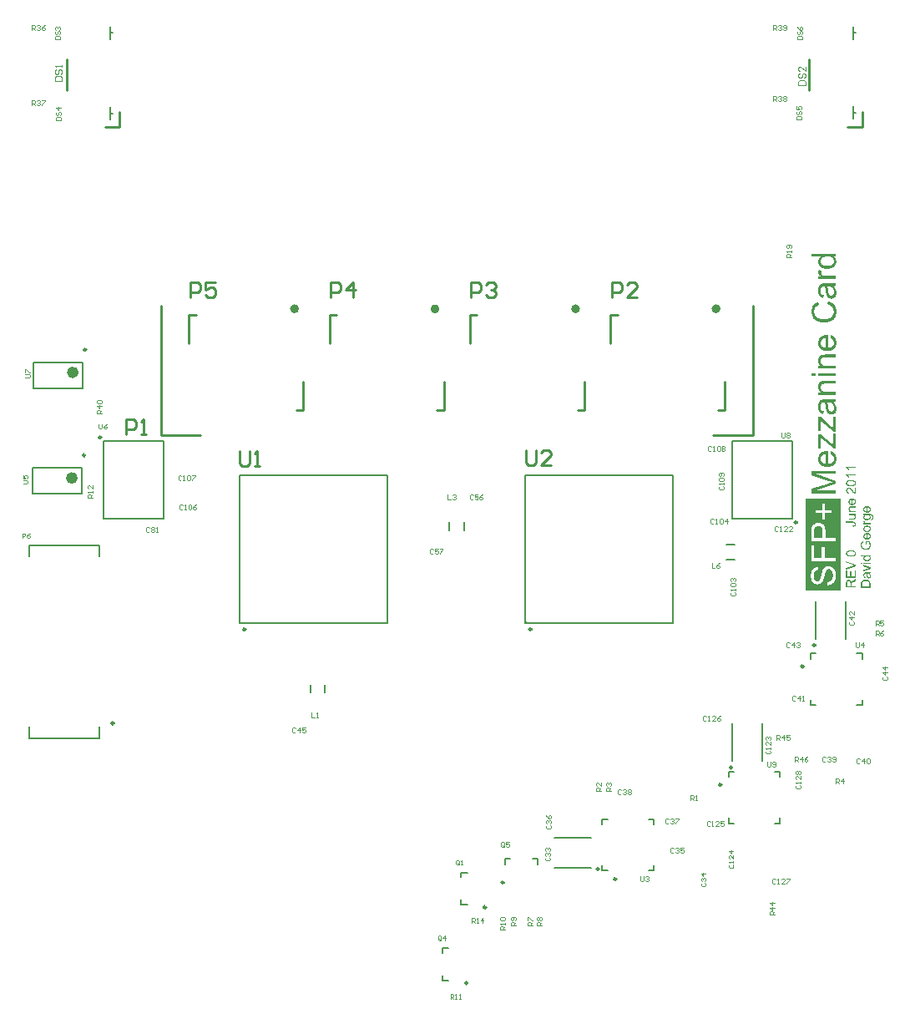
<source format=gto>
%FSLAX25Y25*%
%MOIN*%
G70*
G01*
G75*
G04 Layer_Color=65535*
%ADD10R,0.06693X0.04528*%
%ADD11R,0.07087X0.07087*%
G04:AMPARAMS|DCode=12|XSize=19.69mil|YSize=23.62mil|CornerRadius=4.92mil|HoleSize=0mil|Usage=FLASHONLY|Rotation=90.000|XOffset=0mil|YOffset=0mil|HoleType=Round|Shape=RoundedRectangle|*
%AMROUNDEDRECTD12*
21,1,0.01969,0.01378,0,0,90.0*
21,1,0.00984,0.02362,0,0,90.0*
1,1,0.00984,0.00689,0.00492*
1,1,0.00984,0.00689,-0.00492*
1,1,0.00984,-0.00689,-0.00492*
1,1,0.00984,-0.00689,0.00492*
%
%ADD12ROUNDEDRECTD12*%
%ADD13R,0.04528X0.06693*%
%ADD14C,0.07874*%
%ADD15R,0.02362X0.02362*%
%ADD16R,0.08661X0.05709*%
%ADD17C,0.03937*%
%ADD18C,0.01772*%
%ADD19R,0.47441X0.07874*%
%ADD20R,0.02362X0.02362*%
%ADD21R,0.02362X0.07087*%
G04:AMPARAMS|DCode=22|XSize=19.69mil|YSize=23.62mil|CornerRadius=4.92mil|HoleSize=0mil|Usage=FLASHONLY|Rotation=180.000|XOffset=0mil|YOffset=0mil|HoleType=Round|Shape=RoundedRectangle|*
%AMROUNDEDRECTD22*
21,1,0.01969,0.01378,0,0,180.0*
21,1,0.00984,0.02362,0,0,180.0*
1,1,0.00984,-0.00492,0.00689*
1,1,0.00984,0.00492,0.00689*
1,1,0.00984,0.00492,-0.00689*
1,1,0.00984,-0.00492,-0.00689*
%
%ADD22ROUNDEDRECTD22*%
%ADD23R,0.03740X0.01378*%
%ADD24R,0.01378X0.03740*%
%ADD25R,0.12992X0.12992*%
%ADD26R,0.04528X0.07087*%
%ADD27R,0.01969X0.07874*%
%ADD28R,0.14488X0.05000*%
%ADD29R,0.05512X0.03937*%
%ADD30R,0.03937X0.05512*%
%ADD31R,0.05709X0.08661*%
%ADD32R,0.12992X0.12992*%
%ADD33R,0.04331X0.10236*%
%ADD34R,0.10236X0.04331*%
%ADD35R,0.05512X0.04331*%
%ADD36R,0.04331X0.05512*%
%ADD37C,0.00500*%
%ADD38C,0.01000*%
%ADD39C,0.00800*%
%ADD40C,0.01969*%
%ADD41C,0.01500*%
%ADD42C,0.01200*%
%ADD43C,0.00600*%
%ADD44C,0.02000*%
%ADD45C,0.03740*%
%ADD46R,0.07874X0.07874*%
%ADD47C,0.31496*%
%ADD48C,0.06496*%
%ADD49C,0.05800*%
%ADD50C,0.01940*%
%ADD51C,0.05000*%
%ADD52C,0.02598*%
%ADD53C,0.04000*%
%ADD54C,0.05740*%
%ADD55C,0.06134*%
%ADD56C,0.17000*%
%ADD57C,0.06600*%
%ADD58C,0.08102*%
%ADD59C,0.08000*%
%ADD60C,0.03969*%
%ADD61C,0.03000*%
%ADD62C,0.04800*%
%ADD63C,0.00394*%
%ADD64C,0.00400*%
%ADD65C,0.03299*%
%ADD66C,0.05000*%
%ADD67R,0.01600X0.08500*%
%ADD68R,0.71000X0.02000*%
%ADD69C,0.00984*%
%ADD70C,0.02362*%
%ADD71C,0.00787*%
G36*
X336614Y202375D02*
Y201844D01*
X332771Y200359D01*
Y200913D01*
X335569Y201912D01*
X335575D01*
X335586Y201918D01*
X335603Y201923D01*
X335626Y201935D01*
X335689Y201952D01*
X335775Y201981D01*
X335872Y202015D01*
X335975Y202049D01*
X336197Y202112D01*
X336192D01*
X336180Y202118D01*
X336169Y202123D01*
X336146Y202129D01*
X336083Y202146D01*
X336003Y202175D01*
X335906Y202203D01*
X335798Y202238D01*
X335683Y202277D01*
X335569Y202318D01*
X332771Y203362D01*
Y203876D01*
X336614Y202375D01*
D02*
G37*
G36*
X334895Y208136D02*
X334958D01*
X335033Y208130D01*
X335112Y208124D01*
X335284Y208107D01*
X335467Y208079D01*
X335649Y208045D01*
X335735Y208022D01*
X335815Y207999D01*
X335821D01*
X335832Y207993D01*
X335855Y207982D01*
X335883Y207976D01*
X335917Y207959D01*
X335958Y207942D01*
X336049Y207896D01*
X336152Y207839D01*
X336260Y207765D01*
X336363Y207679D01*
X336454Y207582D01*
Y207576D01*
X336466Y207571D01*
X336477Y207554D01*
X336489Y207531D01*
X336523Y207474D01*
X336563Y207394D01*
X336609Y207291D01*
X336643Y207171D01*
X336666Y207040D01*
X336677Y206886D01*
Y206880D01*
Y206863D01*
Y206834D01*
X336671Y206794D01*
X336666Y206748D01*
X336654Y206691D01*
X336643Y206634D01*
X336626Y206571D01*
X336609Y206503D01*
X336580Y206429D01*
X336551Y206354D01*
X336511Y206286D01*
X336466Y206212D01*
X336414Y206143D01*
X336351Y206075D01*
X336283Y206012D01*
X336277Y206006D01*
X336260Y205995D01*
X336232Y205978D01*
X336192Y205955D01*
X336140Y205926D01*
X336072Y205892D01*
X335998Y205858D01*
X335906Y205823D01*
X335803Y205789D01*
X335689Y205755D01*
X335563Y205721D01*
X335421Y205692D01*
X335267Y205669D01*
X335101Y205652D01*
X334918Y205641D01*
X334724Y205635D01*
X334610D01*
X334553Y205641D01*
X334484D01*
X334410Y205646D01*
X334330Y205652D01*
X334159Y205669D01*
X333976Y205692D01*
X333793Y205726D01*
X333708Y205749D01*
X333628Y205772D01*
X333622D01*
X333611Y205778D01*
X333588Y205789D01*
X333559Y205801D01*
X333525Y205812D01*
X333485Y205829D01*
X333394Y205880D01*
X333291Y205938D01*
X333183Y206006D01*
X333080Y206092D01*
X332988Y206189D01*
Y206195D01*
X332977Y206200D01*
X332965Y206217D01*
X332954Y206240D01*
X332937Y206269D01*
X332914Y206297D01*
X332874Y206383D01*
X332834Y206480D01*
X332794Y206600D01*
X332771Y206737D01*
X332760Y206886D01*
Y206891D01*
Y206897D01*
Y206914D01*
Y206937D01*
X332766Y206994D01*
X332777Y207068D01*
X332788Y207154D01*
X332811Y207245D01*
X332846Y207337D01*
X332886Y207428D01*
X332891Y207439D01*
X332908Y207468D01*
X332937Y207508D01*
X332977Y207565D01*
X333028Y207622D01*
X333091Y207691D01*
X333160Y207753D01*
X333245Y207810D01*
X333257Y207816D01*
X333285Y207833D01*
X333337Y207862D01*
X333405Y207896D01*
X333485Y207936D01*
X333582Y207976D01*
X333696Y208016D01*
X333816Y208050D01*
X333822D01*
X333833Y208056D01*
X333851Y208062D01*
X333879Y208067D01*
X333913Y208073D01*
X333953Y208079D01*
X333999Y208090D01*
X334056Y208096D01*
X334119Y208107D01*
X334187Y208113D01*
X334262Y208119D01*
X334342Y208130D01*
X334427Y208136D01*
X334519D01*
X334621Y208142D01*
X334838D01*
X334895Y208136D01*
D02*
G37*
G36*
X335512Y219602D02*
X335558D01*
X335666Y219590D01*
X335786Y219579D01*
X335912Y219556D01*
X336032Y219527D01*
X336140Y219487D01*
X336152Y219482D01*
X336186Y219465D01*
X336232Y219436D01*
X336289Y219396D01*
X336351Y219345D01*
X336420Y219282D01*
X336483Y219208D01*
X336540Y219116D01*
X336546Y219105D01*
X336563Y219071D01*
X336586Y219019D01*
X336609Y218951D01*
X336631Y218859D01*
X336654Y218762D01*
X336671Y218648D01*
X336677Y218522D01*
Y218517D01*
Y218500D01*
Y218477D01*
X336671Y218443D01*
X336666Y218397D01*
X336660Y218351D01*
X336643Y218237D01*
X336609Y218111D01*
X336557Y217986D01*
X336523Y217923D01*
X336483Y217860D01*
X336443Y217803D01*
X336391Y217752D01*
X336386D01*
X336380Y217740D01*
X336363Y217729D01*
X336334Y217712D01*
X336306Y217689D01*
X336272Y217666D01*
X336226Y217643D01*
X336175Y217620D01*
X336117Y217597D01*
X336049Y217569D01*
X335980Y217552D01*
X335900Y217529D01*
X335821Y217512D01*
X335723Y217500D01*
X335626Y217495D01*
X335524D01*
X335461Y217951D01*
X335501D01*
X335535Y217957D01*
X335569D01*
X335609Y217963D01*
X335701Y217980D01*
X335803Y217997D01*
X335906Y218026D01*
X335992Y218066D01*
X336032Y218089D01*
X336066Y218111D01*
X336072Y218117D01*
X336089Y218140D01*
X336117Y218174D01*
X336146Y218220D01*
X336175Y218277D01*
X336203Y218345D01*
X336220Y218431D01*
X336226Y218522D01*
Y218528D01*
Y218557D01*
X336220Y218591D01*
X336214Y218637D01*
X336203Y218682D01*
X336192Y218739D01*
X336169Y218796D01*
X336140Y218848D01*
X336135Y218854D01*
X336123Y218871D01*
X336106Y218894D01*
X336077Y218928D01*
X336043Y218956D01*
X336003Y218991D01*
X335958Y219019D01*
X335906Y219042D01*
X335900D01*
X335878Y219054D01*
X335838Y219059D01*
X335786Y219071D01*
X335718Y219082D01*
X335638Y219088D01*
X335535Y219099D01*
X332771D01*
Y219607D01*
X335472D01*
X335512Y219602D01*
D02*
G37*
G36*
X328740Y325399D02*
X327869D01*
X327883Y325385D01*
X327912Y325371D01*
X327969Y325328D01*
X328026Y325271D01*
X328112Y325199D01*
X328198Y325114D01*
X328283Y325014D01*
X328383Y324900D01*
X328483Y324771D01*
X328569Y324628D01*
X328655Y324471D01*
X328740Y324286D01*
X328797Y324100D01*
X328854Y323900D01*
X328883Y323672D01*
X328897Y323443D01*
Y323429D01*
Y323400D01*
Y323357D01*
X328883Y323300D01*
X328869Y323143D01*
X328840Y322943D01*
X328783Y322700D01*
X328697Y322443D01*
X328597Y322186D01*
X328440Y321915D01*
Y321901D01*
X328412Y321886D01*
X328355Y321801D01*
X328255Y321672D01*
X328112Y321515D01*
X327926Y321344D01*
X327712Y321158D01*
X327455Y320987D01*
X327169Y320830D01*
X327155D01*
X327127Y320815D01*
X327084Y320801D01*
X327027Y320773D01*
X326941Y320744D01*
X326855Y320715D01*
X326627Y320644D01*
X326341Y320573D01*
X326013Y320516D01*
X325656Y320473D01*
X325270Y320459D01*
X325099D01*
X324999Y320473D01*
X324899D01*
X324642Y320501D01*
X324356Y320544D01*
X324028Y320601D01*
X323714Y320687D01*
X323385Y320801D01*
X323371D01*
X323342Y320815D01*
X323300Y320844D01*
X323242Y320873D01*
X323085Y320944D01*
X322900Y321058D01*
X322685Y321201D01*
X322471Y321387D01*
X322257Y321587D01*
X322071Y321829D01*
Y321844D01*
X322057Y321858D01*
X322029Y321901D01*
X322000Y321958D01*
X321929Y322101D01*
X321843Y322286D01*
X321757Y322515D01*
X321686Y322786D01*
X321629Y323072D01*
X321614Y323386D01*
Y323400D01*
Y323414D01*
Y323486D01*
X321629Y323614D01*
X321643Y323757D01*
X321686Y323928D01*
X321729Y324128D01*
X321800Y324314D01*
X321886Y324500D01*
X321900Y324528D01*
X321929Y324585D01*
X321986Y324671D01*
X322071Y324785D01*
X322171Y324914D01*
X322286Y325057D01*
X322414Y325185D01*
X322571Y325314D01*
X319130D01*
Y326499D01*
X328740D01*
Y325399D01*
D02*
G37*
G36*
X336614Y196054D02*
X335821Y195545D01*
X335815D01*
X335803Y195534D01*
X335786Y195523D01*
X335763Y195505D01*
X335701Y195466D01*
X335621Y195414D01*
X335535Y195357D01*
X335449Y195294D01*
X335364Y195231D01*
X335289Y195174D01*
X335284Y195169D01*
X335261Y195151D01*
X335227Y195123D01*
X335187Y195089D01*
X335101Y195009D01*
X335067Y194963D01*
X335033Y194917D01*
X335027Y194912D01*
X335021Y194900D01*
X335010Y194877D01*
X334993Y194843D01*
X334958Y194769D01*
X334930Y194683D01*
Y194677D01*
X334924Y194666D01*
Y194643D01*
X334918Y194615D01*
X334913Y194575D01*
Y194529D01*
X334907Y194472D01*
Y194403D01*
Y193815D01*
X336614D01*
Y193307D01*
X332771D01*
Y195009D01*
Y195014D01*
Y195031D01*
Y195060D01*
Y195094D01*
X332777Y195134D01*
Y195186D01*
X332783Y195300D01*
X332800Y195425D01*
X332817Y195551D01*
X332846Y195677D01*
X332863Y195734D01*
X332880Y195785D01*
Y195791D01*
X332886Y195797D01*
X332897Y195831D01*
X332926Y195877D01*
X332965Y195939D01*
X333017Y196008D01*
X333080Y196082D01*
X333154Y196151D01*
X333245Y196213D01*
X333257Y196219D01*
X333291Y196242D01*
X333342Y196265D01*
X333417Y196299D01*
X333502Y196328D01*
X333599Y196356D01*
X333708Y196373D01*
X333822Y196379D01*
X333862D01*
X333891Y196373D01*
X333925D01*
X333965Y196368D01*
X334062Y196345D01*
X334170Y196316D01*
X334284Y196265D01*
X334404Y196202D01*
X334461Y196156D01*
X334513Y196111D01*
X334519Y196105D01*
X334524Y196099D01*
X334541Y196082D01*
X334559Y196059D01*
X334581Y196031D01*
X334604Y195996D01*
X334633Y195957D01*
X334661Y195911D01*
X334690Y195854D01*
X334724Y195797D01*
X334753Y195728D01*
X334781Y195654D01*
X334804Y195574D01*
X334833Y195488D01*
X334850Y195397D01*
X334867Y195294D01*
X334873Y195306D01*
X334884Y195328D01*
X334901Y195363D01*
X334930Y195408D01*
X334987Y195511D01*
X335027Y195557D01*
X335061Y195603D01*
X335072Y195614D01*
X335095Y195642D01*
X335141Y195682D01*
X335204Y195740D01*
X335278Y195802D01*
X335364Y195871D01*
X335461Y195945D01*
X335569Y196019D01*
X336614Y196687D01*
Y196054D01*
D02*
G37*
G36*
Y197184D02*
X332771D01*
Y199965D01*
X333222D01*
Y197692D01*
X334399D01*
Y199822D01*
X334850D01*
Y197692D01*
X336163D01*
Y200056D01*
X336614D01*
Y197184D01*
D02*
G37*
G36*
Y222205D02*
X336209D01*
X336214Y222200D01*
X336226Y222188D01*
X336254Y222171D01*
X336283Y222143D01*
X336317Y222114D01*
X336357Y222074D01*
X336397Y222023D01*
X336443Y221971D01*
X336489Y221908D01*
X336528Y221840D01*
X336568Y221771D01*
X336603Y221691D01*
X336631Y221606D01*
X336654Y221515D01*
X336671Y221417D01*
X336677Y221315D01*
Y221303D01*
Y221275D01*
X336671Y221223D01*
X336666Y221166D01*
X336654Y221092D01*
X336637Y221018D01*
X336614Y220932D01*
X336586Y220852D01*
X336580Y220841D01*
X336568Y220818D01*
X336546Y220778D01*
X336517Y220732D01*
X336483Y220681D01*
X336443Y220629D01*
X336397Y220584D01*
X336346Y220538D01*
X336340Y220532D01*
X336317Y220521D01*
X336289Y220504D01*
X336249Y220481D01*
X336197Y220458D01*
X336140Y220435D01*
X336072Y220412D01*
X335998Y220395D01*
X335992D01*
X335969Y220390D01*
X335940Y220384D01*
X335889D01*
X335832Y220378D01*
X335752Y220373D01*
X335661Y220367D01*
X333828D01*
Y220841D01*
X335501D01*
X335575Y220846D01*
X335661D01*
X335746Y220852D01*
X335821Y220858D01*
X335878Y220869D01*
X335883D01*
X335906Y220881D01*
X335940Y220892D01*
X335980Y220909D01*
X336026Y220932D01*
X336077Y220961D01*
X336123Y221001D01*
X336169Y221052D01*
X336175Y221058D01*
X336186Y221080D01*
X336203Y221109D01*
X336220Y221155D01*
X336237Y221206D01*
X336254Y221269D01*
X336266Y221338D01*
X336272Y221412D01*
Y221423D01*
Y221446D01*
X336266Y221486D01*
X336260Y221543D01*
X336243Y221600D01*
X336226Y221669D01*
X336197Y221737D01*
X336163Y221806D01*
X336157Y221811D01*
X336140Y221834D01*
X336117Y221868D01*
X336083Y221908D01*
X336043Y221954D01*
X335992Y222000D01*
X335935Y222040D01*
X335872Y222074D01*
X335860Y222080D01*
X335838Y222085D01*
X335792Y222097D01*
X335735Y222114D01*
X335655Y222131D01*
X335563Y222143D01*
X335449Y222148D01*
X335324Y222154D01*
X333828D01*
Y222628D01*
X336614D01*
Y222205D01*
D02*
G37*
G36*
X334895Y236184D02*
X334958D01*
X335033Y236178D01*
X335112Y236172D01*
X335284Y236155D01*
X335467Y236126D01*
X335649Y236092D01*
X335735Y236069D01*
X335815Y236046D01*
X335821D01*
X335832Y236041D01*
X335855Y236029D01*
X335883Y236024D01*
X335917Y236006D01*
X335958Y235989D01*
X336049Y235944D01*
X336152Y235887D01*
X336260Y235812D01*
X336363Y235727D01*
X336454Y235630D01*
Y235624D01*
X336466Y235618D01*
X336477Y235601D01*
X336489Y235578D01*
X336523Y235521D01*
X336563Y235441D01*
X336609Y235338D01*
X336643Y235219D01*
X336666Y235087D01*
X336677Y234933D01*
Y234927D01*
Y234910D01*
Y234882D01*
X336671Y234842D01*
X336666Y234796D01*
X336654Y234739D01*
X336643Y234682D01*
X336626Y234619D01*
X336609Y234550D01*
X336580Y234476D01*
X336551Y234402D01*
X336511Y234333D01*
X336466Y234259D01*
X336414Y234191D01*
X336351Y234122D01*
X336283Y234059D01*
X336277Y234054D01*
X336260Y234042D01*
X336232Y234025D01*
X336192Y234002D01*
X336140Y233974D01*
X336072Y233939D01*
X335998Y233905D01*
X335906Y233871D01*
X335803Y233837D01*
X335689Y233802D01*
X335563Y233768D01*
X335421Y233740D01*
X335267Y233717D01*
X335101Y233700D01*
X334918Y233688D01*
X334724Y233682D01*
X334610D01*
X334553Y233688D01*
X334484D01*
X334410Y233694D01*
X334330Y233700D01*
X334159Y233717D01*
X333976Y233740D01*
X333793Y233774D01*
X333708Y233797D01*
X333628Y233820D01*
X333622D01*
X333611Y233825D01*
X333588Y233837D01*
X333559Y233848D01*
X333525Y233859D01*
X333485Y233877D01*
X333394Y233928D01*
X333291Y233985D01*
X333183Y234054D01*
X333080Y234139D01*
X332988Y234236D01*
Y234242D01*
X332977Y234248D01*
X332965Y234265D01*
X332954Y234288D01*
X332937Y234316D01*
X332914Y234345D01*
X332874Y234431D01*
X332834Y234528D01*
X332794Y234647D01*
X332771Y234785D01*
X332760Y234933D01*
Y234939D01*
Y234944D01*
Y234962D01*
Y234984D01*
X332766Y235041D01*
X332777Y235116D01*
X332788Y235201D01*
X332811Y235293D01*
X332846Y235384D01*
X332886Y235475D01*
X332891Y235487D01*
X332908Y235515D01*
X332937Y235555D01*
X332977Y235613D01*
X333028Y235670D01*
X333091Y235738D01*
X333160Y235801D01*
X333245Y235858D01*
X333257Y235864D01*
X333285Y235881D01*
X333337Y235909D01*
X333405Y235944D01*
X333485Y235984D01*
X333582Y236024D01*
X333696Y236064D01*
X333816Y236098D01*
X333822D01*
X333833Y236104D01*
X333851Y236109D01*
X333879Y236115D01*
X333913Y236121D01*
X333953Y236126D01*
X333999Y236138D01*
X334056Y236143D01*
X334119Y236155D01*
X334187Y236161D01*
X334262Y236166D01*
X334342Y236178D01*
X334427Y236184D01*
X334519D01*
X334621Y236189D01*
X334838D01*
X334895Y236184D01*
D02*
G37*
G36*
X336614Y237971D02*
X333616D01*
X333622Y237965D01*
X333645Y237942D01*
X333674Y237902D01*
X333719Y237851D01*
X333765Y237788D01*
X333822Y237708D01*
X333879Y237617D01*
X333942Y237520D01*
Y237514D01*
X333948Y237508D01*
X333970Y237474D01*
X333999Y237423D01*
X334033Y237354D01*
X334073Y237280D01*
X334107Y237200D01*
X334147Y237114D01*
X334182Y237029D01*
X333725D01*
Y237034D01*
X333719Y237046D01*
X333708Y237069D01*
X333691Y237097D01*
X333674Y237131D01*
X333651Y237171D01*
X333599Y237263D01*
X333537Y237371D01*
X333462Y237485D01*
X333377Y237600D01*
X333279Y237714D01*
X333274Y237719D01*
X333268Y237725D01*
X333234Y237765D01*
X333183Y237817D01*
X333114Y237879D01*
X333034Y237948D01*
X332948Y238016D01*
X332857Y238085D01*
X332760Y238136D01*
Y238445D01*
X336614D01*
Y237971D01*
D02*
G37*
G36*
Y240957D02*
X333616D01*
X333622Y240951D01*
X333645Y240929D01*
X333674Y240889D01*
X333719Y240837D01*
X333765Y240774D01*
X333822Y240694D01*
X333879Y240603D01*
X333942Y240506D01*
Y240500D01*
X333948Y240494D01*
X333970Y240460D01*
X333999Y240409D01*
X334033Y240340D01*
X334073Y240266D01*
X334107Y240186D01*
X334147Y240101D01*
X334182Y240015D01*
X333725D01*
Y240021D01*
X333719Y240032D01*
X333708Y240055D01*
X333691Y240083D01*
X333674Y240118D01*
X333651Y240158D01*
X333599Y240249D01*
X333537Y240357D01*
X333462Y240472D01*
X333377Y240586D01*
X333279Y240700D01*
X333274Y240706D01*
X333268Y240711D01*
X333234Y240752D01*
X333183Y240803D01*
X333114Y240866D01*
X333034Y240934D01*
X332948Y241003D01*
X332857Y241071D01*
X332760Y241123D01*
Y241431D01*
X336614D01*
Y240957D01*
D02*
G37*
G36*
Y225152D02*
X334827D01*
X334758Y225146D01*
X334690Y225140D01*
X334616Y225129D01*
X334547Y225112D01*
X334490Y225095D01*
X334484D01*
X334467Y225083D01*
X334439Y225072D01*
X334410Y225049D01*
X334370Y225020D01*
X334336Y224986D01*
X334296Y224946D01*
X334262Y224895D01*
X334256Y224889D01*
X334250Y224872D01*
X334233Y224843D01*
X334216Y224803D01*
X334205Y224758D01*
X334187Y224701D01*
X334182Y224638D01*
X334176Y224569D01*
Y224564D01*
Y224558D01*
Y224541D01*
Y224518D01*
X334187Y224467D01*
X334199Y224392D01*
X334222Y224312D01*
X334256Y224227D01*
X334307Y224141D01*
X334370Y224055D01*
X334382Y224044D01*
X334410Y224021D01*
X334433Y224004D01*
X334461Y223987D01*
X334496Y223970D01*
X334536Y223947D01*
X334581Y223924D01*
X334633Y223907D01*
X334690Y223890D01*
X334758Y223873D01*
X334833Y223861D01*
X334913Y223850D01*
X334998Y223838D01*
X336614D01*
Y223364D01*
X333828D01*
Y223793D01*
X334227D01*
X334222Y223798D01*
X334205Y223810D01*
X334182Y223827D01*
X334153Y223850D01*
X334119Y223878D01*
X334079Y223918D01*
X334039Y223964D01*
X333993Y224015D01*
X333953Y224073D01*
X333913Y224141D01*
X333873Y224215D01*
X333839Y224290D01*
X333805Y224375D01*
X333782Y224467D01*
X333771Y224569D01*
X333765Y224672D01*
Y224678D01*
Y224683D01*
Y224712D01*
X333771Y224763D01*
X333776Y224826D01*
X333788Y224895D01*
X333805Y224975D01*
X333828Y225055D01*
X333856Y225135D01*
X333862Y225146D01*
X333873Y225169D01*
X333891Y225209D01*
X333919Y225255D01*
X333953Y225306D01*
X333993Y225357D01*
X334045Y225409D01*
X334096Y225449D01*
X334102Y225454D01*
X334125Y225466D01*
X334153Y225483D01*
X334193Y225506D01*
X334244Y225534D01*
X334307Y225557D01*
X334370Y225580D01*
X334444Y225597D01*
X334450D01*
X334467Y225603D01*
X334502Y225609D01*
X334553Y225614D01*
X334616D01*
X334690Y225620D01*
X334787Y225626D01*
X336614D01*
Y225152D01*
D02*
G37*
G36*
X335341Y228755D02*
Y226676D01*
X335364D01*
X335386Y226682D01*
X335415D01*
X335455Y226688D01*
X335501Y226694D01*
X335603Y226716D01*
X335718Y226751D01*
X335832Y226796D01*
X335946Y226853D01*
X336049Y226933D01*
X336060Y226945D01*
X336089Y226973D01*
X336123Y227025D01*
X336169Y227093D01*
X336214Y227179D01*
X336249Y227276D01*
X336277Y227390D01*
X336289Y227516D01*
Y227521D01*
Y227527D01*
Y227561D01*
X336283Y227607D01*
X336272Y227670D01*
X336254Y227738D01*
X336232Y227813D01*
X336203Y227887D01*
X336157Y227961D01*
X336152Y227967D01*
X336129Y227990D01*
X336100Y228024D01*
X336049Y228070D01*
X335992Y228115D01*
X335912Y228167D01*
X335821Y228212D01*
X335718Y228258D01*
X335781Y228743D01*
X335786D01*
X335798Y228738D01*
X335821Y228732D01*
X335849Y228720D01*
X335889Y228709D01*
X335929Y228692D01*
X336026Y228646D01*
X336129Y228589D01*
X336243Y228515D01*
X336346Y228424D01*
X336443Y228315D01*
Y228309D01*
X336454Y228304D01*
X336466Y228281D01*
X336477Y228258D01*
X336494Y228229D01*
X336517Y228189D01*
X336540Y228150D01*
X336557Y228098D01*
X336603Y227984D01*
X336643Y227847D01*
X336666Y227687D01*
X336677Y227516D01*
Y227510D01*
Y227487D01*
Y227459D01*
X336671Y227413D01*
X336666Y227361D01*
X336660Y227304D01*
X336648Y227236D01*
X336631Y227167D01*
X336586Y227013D01*
X336557Y226928D01*
X336523Y226848D01*
X336477Y226768D01*
X336426Y226688D01*
X336369Y226613D01*
X336306Y226545D01*
X336300Y226539D01*
X336289Y226528D01*
X336266Y226511D01*
X336237Y226488D01*
X336197Y226465D01*
X336152Y226431D01*
X336095Y226402D01*
X336032Y226368D01*
X335963Y226334D01*
X335883Y226305D01*
X335798Y226271D01*
X335701Y226248D01*
X335598Y226225D01*
X335489Y226208D01*
X335375Y226197D01*
X335249Y226191D01*
X335181D01*
X335135Y226197D01*
X335072Y226202D01*
X335004Y226208D01*
X334930Y226220D01*
X334844Y226237D01*
X334673Y226277D01*
X334581Y226311D01*
X334490Y226345D01*
X334399Y226385D01*
X334313Y226431D01*
X334227Y226488D01*
X334153Y226551D01*
X334147Y226556D01*
X334136Y226568D01*
X334119Y226591D01*
X334090Y226613D01*
X334062Y226654D01*
X334028Y226694D01*
X333993Y226745D01*
X333959Y226802D01*
X333925Y226865D01*
X333885Y226939D01*
X333856Y227013D01*
X333828Y227099D01*
X333799Y227185D01*
X333782Y227282D01*
X333771Y227384D01*
X333765Y227487D01*
Y227493D01*
Y227510D01*
Y227538D01*
X333771Y227578D01*
X333776Y227630D01*
X333788Y227681D01*
X333799Y227744D01*
X333811Y227813D01*
X333856Y227955D01*
X333891Y228030D01*
X333925Y228110D01*
X333970Y228184D01*
X334022Y228258D01*
X334079Y228332D01*
X334147Y228401D01*
X334153Y228407D01*
X334165Y228418D01*
X334187Y228435D01*
X334216Y228458D01*
X334256Y228486D01*
X334302Y228515D01*
X334359Y228549D01*
X334421Y228584D01*
X334496Y228612D01*
X334576Y228646D01*
X334661Y228675D01*
X334758Y228703D01*
X334861Y228726D01*
X334970Y228743D01*
X335090Y228755D01*
X335215Y228761D01*
X335289D01*
X335341Y228755D01*
D02*
G37*
G36*
X336614Y230633D02*
X336551D01*
X336511Y230639D01*
X336460Y230645D01*
X336409Y230650D01*
X336346Y230668D01*
X336289Y230685D01*
X336283D01*
X336277Y230691D01*
X336243Y230702D01*
X336192Y230725D01*
X336129Y230759D01*
X336049Y230805D01*
X335963Y230856D01*
X335872Y230919D01*
X335781Y230993D01*
X335775D01*
X335769Y231005D01*
X335735Y231033D01*
X335683Y231084D01*
X335615Y231153D01*
X335529Y231239D01*
X335426Y231347D01*
X335318Y231473D01*
X335198Y231615D01*
X335192Y231621D01*
X335175Y231644D01*
X335147Y231673D01*
X335112Y231718D01*
X335072Y231770D01*
X335021Y231827D01*
X334901Y231952D01*
X334776Y232095D01*
X334639Y232232D01*
X334570Y232301D01*
X334507Y232358D01*
X334444Y232415D01*
X334387Y232461D01*
X334382D01*
X334376Y232472D01*
X334359Y232483D01*
X334336Y232495D01*
X334279Y232529D01*
X334205Y232575D01*
X334113Y232615D01*
X334016Y232649D01*
X333919Y232672D01*
X333816Y232683D01*
X333805D01*
X333771Y232678D01*
X333719Y232672D01*
X333651Y232660D01*
X333576Y232632D01*
X333496Y232598D01*
X333417Y232546D01*
X333342Y232478D01*
X333337Y232466D01*
X333314Y232443D01*
X333279Y232398D01*
X333245Y232341D01*
X333211Y232261D01*
X333177Y232175D01*
X333154Y232072D01*
X333148Y231958D01*
Y231952D01*
Y231941D01*
Y231924D01*
X333154Y231901D01*
X333160Y231838D01*
X333177Y231764D01*
X333200Y231673D01*
X333240Y231581D01*
X333291Y231490D01*
X333360Y231410D01*
X333371Y231404D01*
X333399Y231381D01*
X333445Y231347D01*
X333508Y231313D01*
X333588Y231273D01*
X333685Y231244D01*
X333799Y231222D01*
X333925Y231210D01*
X333873Y230725D01*
X333851D01*
X333822Y230730D01*
X333782Y230736D01*
X333736Y230748D01*
X333685Y230759D01*
X333565Y230787D01*
X333434Y230833D01*
X333297Y230902D01*
X333228Y230942D01*
X333165Y230987D01*
X333102Y231039D01*
X333045Y231096D01*
X333040Y231102D01*
X333034Y231113D01*
X333017Y231130D01*
X333000Y231153D01*
X332977Y231187D01*
X332954Y231227D01*
X332931Y231273D01*
X332903Y231330D01*
X332874Y231387D01*
X332851Y231450D01*
X332828Y231524D01*
X332806Y231604D01*
X332788Y231684D01*
X332771Y231775D01*
X332766Y231867D01*
X332760Y231969D01*
Y231975D01*
Y231992D01*
Y232021D01*
X332766Y232061D01*
X332771Y232106D01*
X332777Y232164D01*
X332783Y232221D01*
X332800Y232289D01*
X332834Y232426D01*
X332891Y232575D01*
X332926Y232643D01*
X332965Y232712D01*
X333011Y232780D01*
X333068Y232843D01*
X333074Y232849D01*
X333080Y232855D01*
X333097Y232872D01*
X333125Y232894D01*
X333154Y232917D01*
X333188Y232946D01*
X333234Y232975D01*
X333279Y233009D01*
X333388Y233066D01*
X333519Y233117D01*
X333588Y233140D01*
X333668Y233157D01*
X333742Y233163D01*
X333828Y233169D01*
X333868D01*
X333913Y233163D01*
X333970Y233157D01*
X334045Y233146D01*
X334119Y233129D01*
X334199Y233106D01*
X334284Y233071D01*
X334296Y233066D01*
X334325Y233054D01*
X334364Y233032D01*
X334421Y232997D01*
X334496Y232952D01*
X334576Y232900D01*
X334661Y232832D01*
X334753Y232757D01*
X334764Y232746D01*
X334798Y232717D01*
X334821Y232695D01*
X334856Y232660D01*
X334890Y232626D01*
X334930Y232586D01*
X334975Y232540D01*
X335027Y232483D01*
X335078Y232426D01*
X335141Y232358D01*
X335204Y232289D01*
X335272Y232209D01*
X335347Y232124D01*
X335426Y232032D01*
X335432Y232027D01*
X335444Y232015D01*
X335461Y231992D01*
X335484Y231964D01*
X335546Y231895D01*
X335621Y231804D01*
X335701Y231713D01*
X335781Y231627D01*
X335855Y231547D01*
X335883Y231518D01*
X335912Y231490D01*
X335917Y231484D01*
X335935Y231473D01*
X335958Y231450D01*
X335992Y231421D01*
X336026Y231387D01*
X336072Y231353D01*
X336163Y231290D01*
Y233174D01*
X336614D01*
Y230633D01*
D02*
G37*
G36*
X328740Y255327D02*
X327798D01*
X322685Y259740D01*
Y259726D01*
Y259711D01*
Y259668D01*
Y259611D01*
X322700Y259469D01*
Y259297D01*
X322714Y259083D01*
Y258855D01*
X322728Y258640D01*
Y258412D01*
Y255584D01*
X321772D01*
Y261268D01*
X322557D01*
X326969Y257498D01*
X327798Y256770D01*
Y256784D01*
Y256798D01*
Y256841D01*
X327783Y256898D01*
X327769Y257055D01*
X327755Y257255D01*
Y257484D01*
X327741Y257726D01*
X327726Y258255D01*
Y261482D01*
X328740D01*
Y255327D01*
D02*
G37*
G36*
Y267451D02*
X328726Y267437D01*
X328669Y267423D01*
X328597Y267394D01*
X328497Y267351D01*
X328369Y267308D01*
X328212Y267280D01*
X328055Y267251D01*
X327869Y267223D01*
X327898Y267194D01*
X327955Y267108D01*
X328055Y266980D01*
X328183Y266823D01*
X328312Y266623D01*
X328440Y266409D01*
X328569Y266180D01*
X328669Y265952D01*
X328683Y265923D01*
X328697Y265852D01*
X328740Y265723D01*
X328783Y265566D01*
X328826Y265366D01*
X328854Y265152D01*
X328883Y264909D01*
X328897Y264652D01*
Y264638D01*
Y264595D01*
Y264538D01*
X328883Y264467D01*
Y264367D01*
X328869Y264252D01*
X328826Y263995D01*
X328754Y263710D01*
X328669Y263424D01*
X328526Y263139D01*
X328340Y262881D01*
X328312Y262853D01*
X328240Y262782D01*
X328112Y262682D01*
X327955Y262582D01*
X327741Y262467D01*
X327498Y262367D01*
X327226Y262296D01*
X327069Y262282D01*
X326912Y262267D01*
X326827D01*
X326727Y262282D01*
X326598Y262296D01*
X326455Y262325D01*
X326298Y262367D01*
X326127Y262424D01*
X325970Y262496D01*
X325956Y262510D01*
X325898Y262539D01*
X325827Y262582D01*
X325727Y262653D01*
X325613Y262739D01*
X325499Y262853D01*
X325399Y262967D01*
X325299Y263096D01*
X325284Y263110D01*
X325256Y263167D01*
X325213Y263239D01*
X325156Y263353D01*
X325084Y263481D01*
X325027Y263624D01*
X324956Y263781D01*
X324899Y263952D01*
Y263967D01*
X324885Y264024D01*
X324870Y264110D01*
X324842Y264224D01*
X324813Y264367D01*
X324785Y264552D01*
X324756Y264767D01*
X324728Y265009D01*
Y265023D01*
X324713Y265066D01*
Y265152D01*
X324699Y265252D01*
X324685Y265366D01*
X324656Y265495D01*
X324642Y265652D01*
X324613Y265809D01*
X324556Y266166D01*
X324485Y266509D01*
X324399Y266837D01*
X324356Y266994D01*
X324313Y267123D01*
X324271D01*
X324185Y267137D01*
X323899D01*
X323771Y267123D01*
X323614Y267094D01*
X323442Y267051D01*
X323271Y266994D01*
X323128Y266909D01*
X323000Y266794D01*
X322985Y266780D01*
X322928Y266709D01*
X322871Y266609D01*
X322785Y266452D01*
X322714Y266266D01*
X322643Y266023D01*
X322600Y265752D01*
X322586Y265438D01*
Y265423D01*
Y265395D01*
Y265352D01*
Y265309D01*
X322600Y265152D01*
X322628Y264981D01*
X322657Y264781D01*
X322714Y264567D01*
X322785Y264381D01*
X322885Y264210D01*
X322900Y264195D01*
X322942Y264138D01*
X323014Y264067D01*
X323114Y263981D01*
X323257Y263895D01*
X323442Y263795D01*
X323657Y263710D01*
X323914Y263624D01*
X323756Y262467D01*
X323742D01*
X323728Y262482D01*
X323628Y262496D01*
X323499Y262539D01*
X323328Y262596D01*
X323142Y262667D01*
X322942Y262753D01*
X322757Y262853D01*
X322571Y262982D01*
X322557Y262996D01*
X322500Y263053D01*
X322414Y263124D01*
X322314Y263253D01*
X322200Y263396D01*
X322086Y263567D01*
X321971Y263781D01*
X321871Y264024D01*
Y264038D01*
X321857Y264053D01*
X321843Y264095D01*
X321829Y264152D01*
X321786Y264295D01*
X321743Y264481D01*
X321700Y264709D01*
X321657Y264981D01*
X321629Y265281D01*
X321614Y265609D01*
Y265623D01*
Y265652D01*
Y265695D01*
Y265752D01*
X321629Y265923D01*
X321643Y266123D01*
X321672Y266366D01*
X321700Y266609D01*
X321757Y266837D01*
X321829Y267066D01*
X321843Y267094D01*
X321871Y267151D01*
X321914Y267251D01*
X321971Y267380D01*
X322057Y267508D01*
X322143Y267651D01*
X322243Y267765D01*
X322357Y267880D01*
X322371Y267894D01*
X322414Y267922D01*
X322485Y267965D01*
X322571Y268022D01*
X322685Y268094D01*
X322828Y268151D01*
X322985Y268208D01*
X323157Y268251D01*
X323171D01*
X323214Y268265D01*
X323300Y268279D01*
X323399Y268294D01*
X323556D01*
X323742Y268308D01*
X323971Y268322D01*
X326370D01*
X326698Y268337D01*
X327055D01*
X327398Y268351D01*
X327555Y268365D01*
X327698D01*
X327812Y268379D01*
X327912Y268394D01*
X327926D01*
X327983Y268408D01*
X328069Y268422D01*
X328169Y268451D01*
X328297Y268494D01*
X328440Y268551D01*
X328740Y268679D01*
Y267451D01*
D02*
G37*
G36*
Y274605D02*
X324271D01*
X324099Y274591D01*
X323928Y274577D01*
X323742Y274548D01*
X323571Y274505D01*
X323428Y274463D01*
X323414D01*
X323371Y274434D01*
X323300Y274406D01*
X323228Y274348D01*
X323128Y274277D01*
X323042Y274191D01*
X322942Y274091D01*
X322857Y273963D01*
X322843Y273949D01*
X322828Y273906D01*
X322785Y273834D01*
X322743Y273734D01*
X322714Y273620D01*
X322671Y273477D01*
X322657Y273320D01*
X322643Y273149D01*
Y273134D01*
Y273120D01*
Y273077D01*
Y273020D01*
X322671Y272892D01*
X322700Y272706D01*
X322757Y272506D01*
X322843Y272292D01*
X322971Y272078D01*
X323128Y271864D01*
X323157Y271835D01*
X323228Y271778D01*
X323285Y271735D01*
X323357Y271692D01*
X323442Y271649D01*
X323542Y271592D01*
X323657Y271535D01*
X323785Y271492D01*
X323928Y271449D01*
X324099Y271407D01*
X324285Y271378D01*
X324485Y271350D01*
X324699Y271321D01*
X328740D01*
Y270136D01*
X321772D01*
Y271207D01*
X322771D01*
X322757Y271221D01*
X322714Y271250D01*
X322657Y271292D01*
X322586Y271350D01*
X322500Y271421D01*
X322400Y271521D01*
X322300Y271635D01*
X322186Y271764D01*
X322086Y271906D01*
X321986Y272078D01*
X321886Y272264D01*
X321800Y272449D01*
X321714Y272663D01*
X321657Y272892D01*
X321629Y273149D01*
X321614Y273406D01*
Y273420D01*
Y273434D01*
Y273506D01*
X321629Y273634D01*
X321643Y273791D01*
X321672Y273963D01*
X321714Y274163D01*
X321772Y274363D01*
X321843Y274563D01*
X321857Y274591D01*
X321886Y274648D01*
X321929Y274748D01*
X322000Y274862D01*
X322086Y274991D01*
X322186Y275119D01*
X322314Y275248D01*
X322443Y275348D01*
X322457Y275362D01*
X322514Y275391D01*
X322586Y275434D01*
X322685Y275491D01*
X322814Y275562D01*
X322971Y275619D01*
X323128Y275676D01*
X323314Y275719D01*
X323328D01*
X323371Y275733D01*
X323457Y275748D01*
X323585Y275762D01*
X323742D01*
X323928Y275776D01*
X324171Y275791D01*
X328740D01*
Y274605D01*
D02*
G37*
G36*
Y238663D02*
X320701D01*
X328740Y235849D01*
Y234707D01*
X320558Y231937D01*
X328740D01*
Y230709D01*
X319130D01*
Y232622D01*
X325941Y234893D01*
X325956D01*
X325984Y234907D01*
X326027Y234921D01*
X326098Y234950D01*
X326270Y235007D01*
X326470Y235064D01*
X326698Y235150D01*
X326941Y235221D01*
X327169Y235293D01*
X327369Y235350D01*
X327341Y235364D01*
X327269Y235378D01*
X327155Y235421D01*
X326984Y235478D01*
X326755Y235550D01*
X326498Y235635D01*
X326184Y235750D01*
X325827Y235864D01*
X319130Y238177D01*
Y239891D01*
X328740D01*
Y238663D01*
D02*
G37*
G36*
X325556Y247788D02*
Y242590D01*
X325613D01*
X325670Y242604D01*
X325741D01*
X325841Y242618D01*
X325956Y242633D01*
X326213Y242690D01*
X326498Y242775D01*
X326784Y242889D01*
X327069Y243032D01*
X327326Y243232D01*
X327355Y243261D01*
X327426Y243332D01*
X327512Y243461D01*
X327626Y243632D01*
X327741Y243846D01*
X327826Y244089D01*
X327898Y244375D01*
X327926Y244689D01*
Y244703D01*
Y244717D01*
Y244803D01*
X327912Y244917D01*
X327883Y245074D01*
X327840Y245246D01*
X327783Y245431D01*
X327712Y245617D01*
X327598Y245803D01*
X327584Y245817D01*
X327526Y245874D01*
X327455Y245960D01*
X327326Y246074D01*
X327184Y246188D01*
X326984Y246317D01*
X326755Y246431D01*
X326498Y246545D01*
X326655Y247759D01*
X326670D01*
X326698Y247745D01*
X326755Y247730D01*
X326827Y247702D01*
X326927Y247673D01*
X327027Y247631D01*
X327269Y247516D01*
X327526Y247373D01*
X327812Y247188D01*
X328069Y246959D01*
X328312Y246688D01*
Y246674D01*
X328340Y246659D01*
X328369Y246602D01*
X328397Y246545D01*
X328440Y246474D01*
X328497Y246374D01*
X328555Y246274D01*
X328597Y246145D01*
X328712Y245860D01*
X328812Y245517D01*
X328869Y245117D01*
X328897Y244689D01*
Y244674D01*
Y244617D01*
Y244546D01*
X328883Y244432D01*
X328869Y244303D01*
X328854Y244160D01*
X328826Y243989D01*
X328783Y243818D01*
X328669Y243432D01*
X328597Y243218D01*
X328512Y243018D01*
X328397Y242818D01*
X328269Y242618D01*
X328126Y242432D01*
X327969Y242261D01*
X327955Y242247D01*
X327926Y242218D01*
X327869Y242176D01*
X327798Y242118D01*
X327698Y242061D01*
X327584Y241976D01*
X327441Y241904D01*
X327284Y241818D01*
X327112Y241733D01*
X326912Y241661D01*
X326698Y241576D01*
X326455Y241519D01*
X326198Y241461D01*
X325927Y241419D01*
X325641Y241390D01*
X325327Y241376D01*
X325156D01*
X325042Y241390D01*
X324885Y241404D01*
X324713Y241419D01*
X324528Y241447D01*
X324313Y241490D01*
X323885Y241590D01*
X323657Y241676D01*
X323428Y241761D01*
X323200Y241861D01*
X322985Y241976D01*
X322771Y242118D01*
X322586Y242276D01*
X322571Y242290D01*
X322543Y242318D01*
X322500Y242375D01*
X322428Y242432D01*
X322357Y242532D01*
X322271Y242633D01*
X322186Y242761D01*
X322100Y242904D01*
X322014Y243061D01*
X321914Y243247D01*
X321843Y243432D01*
X321772Y243646D01*
X321700Y243861D01*
X321657Y244103D01*
X321629Y244360D01*
X321614Y244617D01*
Y244632D01*
Y244674D01*
Y244746D01*
X321629Y244846D01*
X321643Y244974D01*
X321672Y245103D01*
X321700Y245260D01*
X321729Y245431D01*
X321843Y245788D01*
X321929Y245974D01*
X322014Y246174D01*
X322129Y246359D01*
X322257Y246545D01*
X322400Y246731D01*
X322571Y246902D01*
X322586Y246917D01*
X322614Y246945D01*
X322671Y246988D01*
X322743Y247045D01*
X322843Y247116D01*
X322957Y247188D01*
X323100Y247273D01*
X323257Y247359D01*
X323442Y247430D01*
X323642Y247516D01*
X323856Y247588D01*
X324099Y247659D01*
X324356Y247716D01*
X324627Y247759D01*
X324927Y247788D01*
X325242Y247802D01*
X325427D01*
X325556Y247788D01*
D02*
G37*
G36*
X328740Y248616D02*
X327798D01*
X322685Y253028D01*
Y253014D01*
Y253000D01*
Y252957D01*
Y252900D01*
X322700Y252757D01*
Y252586D01*
X322714Y252371D01*
Y252143D01*
X322728Y251929D01*
Y251700D01*
Y248873D01*
X321772D01*
Y254556D01*
X322557D01*
X326969Y250786D01*
X327798Y250058D01*
Y250072D01*
Y250087D01*
Y250130D01*
X327783Y250187D01*
X327769Y250344D01*
X327755Y250544D01*
Y250772D01*
X327741Y251015D01*
X327726Y251543D01*
Y254770D01*
X328740D01*
Y248616D01*
D02*
G37*
G36*
X320472Y277604D02*
X319130D01*
Y278789D01*
X320472D01*
Y277604D01*
D02*
G37*
G36*
X325770Y307521D02*
X325841Y307492D01*
X325956Y307464D01*
X326084Y307407D01*
X326241Y307349D01*
X326398Y307292D01*
X326584Y307207D01*
X326969Y307007D01*
X327355Y306764D01*
X327555Y306607D01*
X327741Y306450D01*
X327926Y306278D01*
X328083Y306093D01*
X328098Y306079D01*
X328112Y306050D01*
X328155Y305993D01*
X328212Y305907D01*
X328269Y305807D01*
X328340Y305679D01*
X328412Y305550D01*
X328483Y305379D01*
X328569Y305207D01*
X328640Y305008D01*
X328712Y304808D01*
X328769Y304579D01*
X328826Y304336D01*
X328869Y304094D01*
X328883Y303822D01*
X328897Y303551D01*
Y303537D01*
Y303480D01*
Y303408D01*
X328883Y303294D01*
Y303165D01*
X328869Y303008D01*
X328840Y302837D01*
X328812Y302651D01*
X328740Y302252D01*
X328626Y301823D01*
X328469Y301409D01*
X328383Y301209D01*
X328269Y301023D01*
X328255Y301009D01*
X328240Y300980D01*
X328198Y300938D01*
X328155Y300866D01*
X328083Y300781D01*
X328012Y300695D01*
X327798Y300481D01*
X327541Y300238D01*
X327226Y299981D01*
X326870Y299752D01*
X326441Y299538D01*
X326427D01*
X326384Y299524D01*
X326327Y299495D01*
X326227Y299467D01*
X326127Y299424D01*
X325984Y299381D01*
X325841Y299338D01*
X325670Y299295D01*
X325484Y299238D01*
X325284Y299196D01*
X324842Y299124D01*
X324371Y299067D01*
X323856Y299039D01*
X323714D01*
X323599Y299053D01*
X323471D01*
X323328Y299067D01*
X323157Y299081D01*
X322971Y299110D01*
X322557Y299181D01*
X322114Y299281D01*
X321672Y299424D01*
X321243Y299610D01*
X321229D01*
X321200Y299638D01*
X321143Y299667D01*
X321058Y299710D01*
X320972Y299781D01*
X320858Y299852D01*
X320615Y300024D01*
X320343Y300252D01*
X320058Y300538D01*
X319787Y300866D01*
X319544Y301238D01*
Y301252D01*
X319515Y301280D01*
X319487Y301338D01*
X319458Y301423D01*
X319401Y301523D01*
X319358Y301637D01*
X319301Y301780D01*
X319244Y301923D01*
X319201Y302094D01*
X319144Y302266D01*
X319044Y302666D01*
X318987Y303094D01*
X318958Y303565D01*
Y303579D01*
Y303637D01*
Y303708D01*
X318973Y303808D01*
X318987Y303937D01*
X319001Y304079D01*
X319016Y304236D01*
X319044Y304422D01*
X319144Y304793D01*
X319272Y305207D01*
X319358Y305407D01*
X319458Y305607D01*
X319572Y305807D01*
X319701Y305993D01*
X319715Y306007D01*
X319729Y306036D01*
X319772Y306093D01*
X319829Y306150D01*
X319915Y306236D01*
X320001Y306321D01*
X320115Y306421D01*
X320229Y306536D01*
X320372Y306650D01*
X320529Y306764D01*
X320686Y306878D01*
X320872Y306992D01*
X321072Y307107D01*
X321286Y307207D01*
X321515Y307292D01*
X321757Y307378D01*
X322057Y306121D01*
X322043D01*
X322014Y306107D01*
X321957Y306093D01*
X321886Y306064D01*
X321800Y306021D01*
X321700Y305978D01*
X321472Y305864D01*
X321229Y305736D01*
X320972Y305564D01*
X320729Y305364D01*
X320529Y305136D01*
X320515Y305107D01*
X320458Y305022D01*
X320372Y304893D01*
X320286Y304708D01*
X320201Y304479D01*
X320115Y304208D01*
X320058Y303894D01*
X320044Y303551D01*
Y303537D01*
Y303508D01*
Y303437D01*
X320058Y303365D01*
Y303265D01*
X320072Y303165D01*
X320115Y302908D01*
X320172Y302608D01*
X320272Y302294D01*
X320401Y301994D01*
X320586Y301694D01*
Y301680D01*
X320615Y301666D01*
X320686Y301580D01*
X320800Y301437D01*
X320958Y301280D01*
X321172Y301109D01*
X321414Y300938D01*
X321700Y300781D01*
X322014Y300652D01*
X322029D01*
X322057Y300638D01*
X322100Y300623D01*
X322171Y300609D01*
X322243Y300581D01*
X322343Y300552D01*
X322571Y300509D01*
X322857Y300452D01*
X323171Y300395D01*
X323499Y300366D01*
X323856Y300352D01*
X324056D01*
X324171Y300366D01*
X324299D01*
X324428Y300381D01*
X324585Y300395D01*
X324913Y300438D01*
X325284Y300509D01*
X325641Y300595D01*
X325998Y300709D01*
X326013D01*
X326041Y300724D01*
X326084Y300752D01*
X326141Y300781D01*
X326313Y300866D01*
X326513Y300980D01*
X326741Y301138D01*
X326955Y301323D01*
X327184Y301552D01*
X327369Y301809D01*
Y301823D01*
X327384Y301837D01*
X327412Y301880D01*
X327441Y301937D01*
X327512Y302094D01*
X327584Y302294D01*
X327669Y302537D01*
X327741Y302823D01*
X327798Y303123D01*
X327812Y303451D01*
Y303465D01*
Y303494D01*
Y303551D01*
X327798Y303622D01*
Y303722D01*
X327783Y303822D01*
X327741Y304079D01*
X327655Y304351D01*
X327555Y304650D01*
X327398Y304965D01*
X327312Y305107D01*
X327198Y305250D01*
X327184Y305265D01*
X327169Y305279D01*
X327127Y305322D01*
X327084Y305364D01*
X327012Y305436D01*
X326941Y305493D01*
X326741Y305650D01*
X326484Y305821D01*
X326170Y305993D01*
X325799Y306150D01*
X325370Y306264D01*
X325698Y307535D01*
X325713D01*
X325770Y307521D01*
D02*
G37*
G36*
X328740Y313733D02*
X328726Y313718D01*
X328669Y313704D01*
X328597Y313675D01*
X328497Y313633D01*
X328369Y313590D01*
X328212Y313561D01*
X328055Y313533D01*
X327869Y313504D01*
X327898Y313476D01*
X327955Y313390D01*
X328055Y313261D01*
X328183Y313104D01*
X328312Y312904D01*
X328440Y312690D01*
X328569Y312462D01*
X328669Y312233D01*
X328683Y312205D01*
X328697Y312133D01*
X328740Y312005D01*
X328783Y311848D01*
X328826Y311648D01*
X328854Y311434D01*
X328883Y311191D01*
X328897Y310934D01*
Y310919D01*
Y310877D01*
Y310820D01*
X328883Y310748D01*
Y310648D01*
X328869Y310534D01*
X328826Y310277D01*
X328754Y309991D01*
X328669Y309706D01*
X328526Y309420D01*
X328340Y309163D01*
X328312Y309134D01*
X328240Y309063D01*
X328112Y308963D01*
X327955Y308863D01*
X327741Y308749D01*
X327498Y308649D01*
X327226Y308577D01*
X327069Y308563D01*
X326912Y308549D01*
X326827D01*
X326727Y308563D01*
X326598Y308577D01*
X326455Y308606D01*
X326298Y308649D01*
X326127Y308706D01*
X325970Y308777D01*
X325956Y308792D01*
X325898Y308820D01*
X325827Y308863D01*
X325727Y308934D01*
X325613Y309020D01*
X325499Y309134D01*
X325399Y309249D01*
X325299Y309377D01*
X325284Y309391D01*
X325256Y309449D01*
X325213Y309520D01*
X325156Y309634D01*
X325084Y309763D01*
X325027Y309906D01*
X324956Y310063D01*
X324899Y310234D01*
Y310248D01*
X324885Y310305D01*
X324870Y310391D01*
X324842Y310505D01*
X324813Y310648D01*
X324785Y310834D01*
X324756Y311048D01*
X324728Y311291D01*
Y311305D01*
X324713Y311348D01*
Y311434D01*
X324699Y311533D01*
X324685Y311648D01*
X324656Y311776D01*
X324642Y311933D01*
X324613Y312090D01*
X324556Y312447D01*
X324485Y312790D01*
X324399Y313119D01*
X324356Y313276D01*
X324313Y313404D01*
X324271D01*
X324185Y313418D01*
X323899D01*
X323771Y313404D01*
X323614Y313376D01*
X323442Y313333D01*
X323271Y313276D01*
X323128Y313190D01*
X323000Y313076D01*
X322985Y313061D01*
X322928Y312990D01*
X322871Y312890D01*
X322785Y312733D01*
X322714Y312547D01*
X322643Y312305D01*
X322600Y312033D01*
X322586Y311719D01*
Y311705D01*
Y311676D01*
Y311633D01*
Y311591D01*
X322600Y311434D01*
X322628Y311262D01*
X322657Y311062D01*
X322714Y310848D01*
X322785Y310662D01*
X322885Y310491D01*
X322900Y310477D01*
X322942Y310420D01*
X323014Y310348D01*
X323114Y310263D01*
X323257Y310177D01*
X323442Y310077D01*
X323657Y309991D01*
X323914Y309906D01*
X323756Y308749D01*
X323742D01*
X323728Y308763D01*
X323628Y308777D01*
X323499Y308820D01*
X323328Y308877D01*
X323142Y308949D01*
X322942Y309034D01*
X322757Y309134D01*
X322571Y309263D01*
X322557Y309277D01*
X322500Y309334D01*
X322414Y309406D01*
X322314Y309534D01*
X322200Y309677D01*
X322086Y309848D01*
X321971Y310063D01*
X321871Y310305D01*
Y310320D01*
X321857Y310334D01*
X321843Y310377D01*
X321829Y310434D01*
X321786Y310577D01*
X321743Y310762D01*
X321700Y310991D01*
X321657Y311262D01*
X321629Y311562D01*
X321614Y311891D01*
Y311905D01*
Y311933D01*
Y311976D01*
Y312033D01*
X321629Y312205D01*
X321643Y312405D01*
X321672Y312647D01*
X321700Y312890D01*
X321757Y313119D01*
X321829Y313347D01*
X321843Y313376D01*
X321871Y313433D01*
X321914Y313533D01*
X321971Y313661D01*
X322057Y313790D01*
X322143Y313932D01*
X322243Y314047D01*
X322357Y314161D01*
X322371Y314175D01*
X322414Y314204D01*
X322485Y314247D01*
X322571Y314304D01*
X322685Y314375D01*
X322828Y314432D01*
X322985Y314489D01*
X323157Y314532D01*
X323171D01*
X323214Y314546D01*
X323300Y314561D01*
X323399Y314575D01*
X323556D01*
X323742Y314589D01*
X323971Y314604D01*
X326370D01*
X326698Y314618D01*
X327055D01*
X327398Y314632D01*
X327555Y314647D01*
X327698D01*
X327812Y314661D01*
X327912Y314675D01*
X327926D01*
X327983Y314689D01*
X328069Y314704D01*
X328169Y314732D01*
X328297Y314775D01*
X328440Y314832D01*
X328740Y314961D01*
Y313733D01*
D02*
G37*
G36*
X323085Y319759D02*
X323071Y319744D01*
X323042Y319687D01*
X323000Y319602D01*
X322957Y319487D01*
X322914Y319359D01*
X322871Y319216D01*
X322843Y319059D01*
X322828Y318902D01*
Y318888D01*
Y318830D01*
X322843Y318759D01*
X322857Y318673D01*
X322885Y318559D01*
X322928Y318445D01*
X322985Y318317D01*
X323071Y318202D01*
X323085Y318188D01*
X323114Y318159D01*
X323171Y318102D01*
X323242Y318031D01*
X323328Y317959D01*
X323442Y317902D01*
X323571Y317831D01*
X323714Y317774D01*
X323742Y317759D01*
X323828Y317745D01*
X323956Y317717D01*
X324128Y317688D01*
X324328Y317645D01*
X324556Y317617D01*
X324827Y317602D01*
X325099Y317588D01*
X328740D01*
Y316403D01*
X321772D01*
Y317474D01*
X322814D01*
X322800Y317488D01*
X322714Y317545D01*
X322586Y317617D01*
X322428Y317717D01*
X322271Y317831D01*
X322100Y317959D01*
X321957Y318088D01*
X321857Y318216D01*
X321843Y318231D01*
X321814Y318274D01*
X321786Y318345D01*
X321729Y318445D01*
X321686Y318559D01*
X321657Y318688D01*
X321629Y318816D01*
X321614Y318973D01*
Y319002D01*
Y319073D01*
X321629Y319188D01*
X321657Y319345D01*
X321714Y319530D01*
X321772Y319730D01*
X321871Y319959D01*
X322000Y320187D01*
X323085Y319759D01*
D02*
G37*
G36*
X328740Y277604D02*
X321772D01*
Y278789D01*
X328740D01*
Y277604D01*
D02*
G37*
G36*
Y285058D02*
X324271D01*
X324099Y285044D01*
X323928Y285030D01*
X323742Y285001D01*
X323571Y284958D01*
X323428Y284915D01*
X323414D01*
X323371Y284887D01*
X323300Y284858D01*
X323228Y284801D01*
X323128Y284730D01*
X323042Y284644D01*
X322942Y284544D01*
X322857Y284416D01*
X322843Y284401D01*
X322828Y284359D01*
X322785Y284287D01*
X322743Y284187D01*
X322714Y284073D01*
X322671Y283930D01*
X322657Y283773D01*
X322643Y283602D01*
Y283588D01*
Y283573D01*
Y283530D01*
Y283473D01*
X322671Y283345D01*
X322700Y283159D01*
X322757Y282959D01*
X322843Y282745D01*
X322971Y282531D01*
X323128Y282317D01*
X323157Y282288D01*
X323228Y282231D01*
X323285Y282188D01*
X323357Y282145D01*
X323442Y282102D01*
X323542Y282045D01*
X323657Y281988D01*
X323785Y281945D01*
X323928Y281903D01*
X324099Y281860D01*
X324285Y281831D01*
X324485Y281803D01*
X324699Y281774D01*
X328740D01*
Y280589D01*
X321772D01*
Y281660D01*
X322771D01*
X322757Y281674D01*
X322714Y281703D01*
X322657Y281745D01*
X322586Y281803D01*
X322500Y281874D01*
X322400Y281974D01*
X322300Y282088D01*
X322186Y282217D01*
X322086Y282359D01*
X321986Y282531D01*
X321886Y282716D01*
X321800Y282902D01*
X321714Y283116D01*
X321657Y283345D01*
X321629Y283602D01*
X321614Y283859D01*
Y283873D01*
Y283887D01*
Y283959D01*
X321629Y284087D01*
X321643Y284244D01*
X321672Y284416D01*
X321714Y284616D01*
X321772Y284816D01*
X321843Y285016D01*
X321857Y285044D01*
X321886Y285101D01*
X321929Y285201D01*
X322000Y285315D01*
X322086Y285444D01*
X322186Y285572D01*
X322314Y285701D01*
X322443Y285801D01*
X322457Y285815D01*
X322514Y285844D01*
X322586Y285887D01*
X322685Y285944D01*
X322814Y286015D01*
X322971Y286072D01*
X323128Y286129D01*
X323314Y286172D01*
X323328D01*
X323371Y286187D01*
X323457Y286201D01*
X323585Y286215D01*
X323742D01*
X323928Y286229D01*
X324171Y286244D01*
X328740D01*
Y285058D01*
D02*
G37*
G36*
X325556Y294069D02*
Y288871D01*
X325613D01*
X325670Y288885D01*
X325741D01*
X325841Y288900D01*
X325956Y288914D01*
X326213Y288971D01*
X326498Y289057D01*
X326784Y289171D01*
X327069Y289314D01*
X327326Y289514D01*
X327355Y289542D01*
X327426Y289614D01*
X327512Y289742D01*
X327626Y289914D01*
X327741Y290128D01*
X327826Y290370D01*
X327898Y290656D01*
X327926Y290970D01*
Y290985D01*
Y290999D01*
Y291085D01*
X327912Y291199D01*
X327883Y291356D01*
X327840Y291527D01*
X327783Y291713D01*
X327712Y291898D01*
X327598Y292084D01*
X327584Y292098D01*
X327526Y292156D01*
X327455Y292241D01*
X327326Y292355D01*
X327184Y292470D01*
X326984Y292598D01*
X326755Y292712D01*
X326498Y292827D01*
X326655Y294040D01*
X326670D01*
X326698Y294026D01*
X326755Y294012D01*
X326827Y293983D01*
X326927Y293955D01*
X327027Y293912D01*
X327269Y293798D01*
X327526Y293655D01*
X327812Y293469D01*
X328069Y293241D01*
X328312Y292969D01*
Y292955D01*
X328340Y292941D01*
X328369Y292884D01*
X328397Y292827D01*
X328440Y292755D01*
X328497Y292655D01*
X328555Y292555D01*
X328597Y292427D01*
X328712Y292141D01*
X328812Y291798D01*
X328869Y291399D01*
X328897Y290970D01*
Y290956D01*
Y290899D01*
Y290827D01*
X328883Y290713D01*
X328869Y290585D01*
X328854Y290442D01*
X328826Y290271D01*
X328783Y290099D01*
X328669Y289714D01*
X328597Y289499D01*
X328512Y289300D01*
X328397Y289100D01*
X328269Y288900D01*
X328126Y288714D01*
X327969Y288543D01*
X327955Y288528D01*
X327926Y288500D01*
X327869Y288457D01*
X327798Y288400D01*
X327698Y288343D01*
X327584Y288257D01*
X327441Y288186D01*
X327284Y288100D01*
X327112Y288014D01*
X326912Y287943D01*
X326698Y287857D01*
X326455Y287800D01*
X326198Y287743D01*
X325927Y287700D01*
X325641Y287672D01*
X325327Y287657D01*
X325156D01*
X325042Y287672D01*
X324885Y287686D01*
X324713Y287700D01*
X324528Y287729D01*
X324313Y287772D01*
X323885Y287872D01*
X323657Y287957D01*
X323428Y288043D01*
X323200Y288143D01*
X322985Y288257D01*
X322771Y288400D01*
X322586Y288557D01*
X322571Y288571D01*
X322543Y288600D01*
X322500Y288657D01*
X322428Y288714D01*
X322357Y288814D01*
X322271Y288914D01*
X322186Y289042D01*
X322100Y289185D01*
X322014Y289342D01*
X321914Y289528D01*
X321843Y289714D01*
X321772Y289928D01*
X321700Y290142D01*
X321657Y290385D01*
X321629Y290642D01*
X321614Y290899D01*
Y290913D01*
Y290956D01*
Y291027D01*
X321629Y291127D01*
X321643Y291256D01*
X321672Y291384D01*
X321700Y291542D01*
X321729Y291713D01*
X321843Y292070D01*
X321929Y292255D01*
X322014Y292455D01*
X322129Y292641D01*
X322257Y292827D01*
X322400Y293012D01*
X322571Y293184D01*
X322586Y293198D01*
X322614Y293227D01*
X322671Y293269D01*
X322743Y293326D01*
X322843Y293398D01*
X322957Y293469D01*
X323100Y293555D01*
X323257Y293641D01*
X323442Y293712D01*
X323642Y293798D01*
X323856Y293869D01*
X324099Y293940D01*
X324356Y293998D01*
X324627Y294040D01*
X324927Y294069D01*
X325242Y294083D01*
X325427D01*
X325556Y294069D01*
D02*
G37*
G36*
X330660Y192209D02*
X316721D01*
Y228767D01*
X330660D01*
Y192209D01*
D02*
G37*
G36*
X342553Y205720D02*
X342204D01*
X342210Y205714D01*
X342222Y205708D01*
X342244Y205691D01*
X342267Y205668D01*
X342302Y205640D01*
X342336Y205606D01*
X342370Y205566D01*
X342410Y205520D01*
X342450Y205469D01*
X342484Y205412D01*
X342518Y205349D01*
X342553Y205275D01*
X342576Y205200D01*
X342598Y205120D01*
X342610Y205029D01*
X342616Y204938D01*
Y204932D01*
Y204921D01*
Y204903D01*
X342610Y204880D01*
X342604Y204818D01*
X342593Y204738D01*
X342570Y204641D01*
X342536Y204538D01*
X342496Y204435D01*
X342433Y204327D01*
Y204321D01*
X342421Y204315D01*
X342399Y204281D01*
X342359Y204229D01*
X342302Y204167D01*
X342227Y204098D01*
X342142Y204024D01*
X342039Y203956D01*
X341925Y203893D01*
X341919D01*
X341908Y203887D01*
X341890Y203881D01*
X341867Y203870D01*
X341833Y203858D01*
X341799Y203847D01*
X341708Y203818D01*
X341594Y203790D01*
X341462Y203767D01*
X341319Y203750D01*
X341165Y203744D01*
X341097D01*
X341057Y203750D01*
X341017D01*
X340914Y203761D01*
X340800Y203779D01*
X340668Y203801D01*
X340543Y203836D01*
X340411Y203881D01*
X340406D01*
X340394Y203887D01*
X340377Y203898D01*
X340354Y203910D01*
X340292Y203938D01*
X340217Y203984D01*
X340132Y204041D01*
X340046Y204115D01*
X339960Y204195D01*
X339886Y204292D01*
Y204298D01*
X339880Y204304D01*
X339869Y204321D01*
X339858Y204344D01*
X339829Y204401D01*
X339795Y204475D01*
X339761Y204566D01*
X339732Y204675D01*
X339709Y204789D01*
X339703Y204915D01*
Y204921D01*
Y204926D01*
Y204955D01*
X339709Y205006D01*
X339715Y205063D01*
X339732Y205132D01*
X339749Y205212D01*
X339778Y205286D01*
X339812Y205360D01*
X339818Y205371D01*
X339829Y205394D01*
X339852Y205429D01*
X339886Y205474D01*
X339926Y205526D01*
X339972Y205583D01*
X340023Y205634D01*
X340086Y205686D01*
X338710D01*
Y206159D01*
X342553D01*
Y205720D01*
D02*
G37*
G36*
X342027Y211870D02*
X342033Y211858D01*
X342050Y211835D01*
X342067Y211812D01*
X342096Y211778D01*
X342125Y211733D01*
X342153Y211687D01*
X342187Y211635D01*
X342262Y211521D01*
X342336Y211390D01*
X342404Y211247D01*
X342467Y211099D01*
Y211093D01*
X342473Y211082D01*
X342478Y211059D01*
X342490Y211030D01*
X342501Y210996D01*
X342513Y210950D01*
X342530Y210899D01*
X342541Y210847D01*
X342570Y210722D01*
X342593Y210585D01*
X342610Y210436D01*
X342616Y210282D01*
Y210276D01*
Y210259D01*
Y210225D01*
X342610Y210185D01*
Y210139D01*
X342604Y210077D01*
X342593Y210014D01*
X342587Y209940D01*
X342559Y209785D01*
X342513Y209608D01*
X342456Y209431D01*
X342376Y209254D01*
X342370Y209249D01*
X342364Y209231D01*
X342353Y209209D01*
X342330Y209180D01*
X342307Y209140D01*
X342273Y209095D01*
X342199Y208992D01*
X342102Y208883D01*
X341982Y208763D01*
X341839Y208655D01*
X341679Y208558D01*
X341673D01*
X341656Y208546D01*
X341633Y208535D01*
X341599Y208524D01*
X341553Y208506D01*
X341502Y208484D01*
X341445Y208461D01*
X341376Y208443D01*
X341302Y208421D01*
X341222Y208398D01*
X341051Y208358D01*
X340857Y208335D01*
X340651Y208324D01*
X340594D01*
X340554Y208329D01*
X340503D01*
X340446Y208335D01*
X340383Y208341D01*
X340309Y208352D01*
X340149Y208381D01*
X339972Y208421D01*
X339783Y208478D01*
X339601Y208558D01*
X339595Y208563D01*
X339578Y208569D01*
X339555Y208581D01*
X339521Y208603D01*
X339481Y208626D01*
X339435Y208655D01*
X339327Y208729D01*
X339212Y208826D01*
X339092Y208940D01*
X338978Y209077D01*
X338927Y209152D01*
X338881Y209231D01*
X338876Y209237D01*
X338870Y209254D01*
X338858Y209277D01*
X338841Y209312D01*
X338824Y209351D01*
X338807Y209403D01*
X338784Y209460D01*
X338761Y209523D01*
X338738Y209597D01*
X338716Y209671D01*
X338699Y209757D01*
X338681Y209842D01*
X338653Y210037D01*
X338641Y210242D01*
Y210248D01*
Y210259D01*
Y210282D01*
Y210311D01*
X338647Y210351D01*
Y210391D01*
X338658Y210493D01*
X338676Y210608D01*
X338699Y210739D01*
X338733Y210865D01*
X338778Y210996D01*
Y211002D01*
X338784Y211013D01*
X338790Y211030D01*
X338801Y211053D01*
X338836Y211110D01*
X338876Y211190D01*
X338933Y211270D01*
X338995Y211361D01*
X339070Y211447D01*
X339155Y211521D01*
X339167Y211533D01*
X339201Y211556D01*
X339252Y211590D01*
X339327Y211630D01*
X339418Y211675D01*
X339527Y211727D01*
X339646Y211772D01*
X339789Y211812D01*
X339915Y211356D01*
X339909D01*
X339903Y211350D01*
X339863Y211338D01*
X339812Y211321D01*
X339743Y211298D01*
X339669Y211264D01*
X339595Y211230D01*
X339521Y211184D01*
X339452Y211139D01*
X339446Y211133D01*
X339424Y211116D01*
X339395Y211087D01*
X339355Y211047D01*
X339310Y210996D01*
X339264Y210933D01*
X339218Y210859D01*
X339178Y210773D01*
X339172Y210762D01*
X339161Y210733D01*
X339144Y210682D01*
X339127Y210619D01*
X339110Y210545D01*
X339092Y210454D01*
X339081Y210356D01*
X339075Y210248D01*
Y210242D01*
Y210231D01*
Y210214D01*
Y210191D01*
X339081Y210122D01*
X339087Y210042D01*
X339104Y209945D01*
X339121Y209848D01*
X339150Y209745D01*
X339184Y209643D01*
X339190Y209631D01*
X339201Y209603D01*
X339229Y209557D01*
X339258Y209500D01*
X339304Y209431D01*
X339349Y209363D01*
X339406Y209294D01*
X339469Y209231D01*
X339475Y209226D01*
X339498Y209209D01*
X339532Y209180D01*
X339578Y209146D01*
X339635Y209106D01*
X339698Y209066D01*
X339772Y209026D01*
X339846Y208992D01*
X339852D01*
X339863Y208986D01*
X339880Y208980D01*
X339909Y208969D01*
X339943Y208957D01*
X339983Y208946D01*
X340029Y208935D01*
X340080Y208923D01*
X340195Y208895D01*
X340326Y208872D01*
X340469Y208855D01*
X340623Y208849D01*
X340674D01*
X340708Y208855D01*
X340754D01*
X340806Y208860D01*
X340863Y208866D01*
X340925Y208872D01*
X341057Y208889D01*
X341205Y208923D01*
X341348Y208963D01*
X341485Y209020D01*
X341491D01*
X341502Y209026D01*
X341519Y209037D01*
X341542Y209054D01*
X341605Y209095D01*
X341679Y209152D01*
X341765Y209226D01*
X341850Y209312D01*
X341930Y209414D01*
X341999Y209534D01*
Y209540D01*
X342005Y209551D01*
X342016Y209568D01*
X342022Y209591D01*
X342039Y209626D01*
X342050Y209660D01*
X342079Y209751D01*
X342113Y209860D01*
X342136Y209985D01*
X342159Y210117D01*
X342164Y210254D01*
Y210259D01*
Y210271D01*
Y210288D01*
Y210311D01*
X342159Y210339D01*
Y210373D01*
X342147Y210459D01*
X342136Y210556D01*
X342113Y210665D01*
X342079Y210779D01*
X342039Y210899D01*
Y210905D01*
X342033Y210910D01*
X342027Y210927D01*
X342016Y210950D01*
X341993Y211007D01*
X341959Y211076D01*
X341919Y211156D01*
X341867Y211236D01*
X341816Y211310D01*
X341765Y211379D01*
X341045D01*
Y210248D01*
X340594D01*
Y211875D01*
X342022D01*
X342027Y211870D01*
D02*
G37*
G36*
X341279Y214970D02*
Y212892D01*
X341302D01*
X341325Y212897D01*
X341354D01*
X341394Y212903D01*
X341439Y212909D01*
X341542Y212932D01*
X341656Y212966D01*
X341771Y213012D01*
X341885Y213069D01*
X341987Y213149D01*
X341999Y213160D01*
X342027Y213189D01*
X342062Y213240D01*
X342107Y213308D01*
X342153Y213394D01*
X342187Y213491D01*
X342216Y213605D01*
X342227Y213731D01*
Y213737D01*
Y213742D01*
Y213777D01*
X342222Y213822D01*
X342210Y213885D01*
X342193Y213954D01*
X342170Y214028D01*
X342142Y214102D01*
X342096Y214176D01*
X342090Y214182D01*
X342067Y214205D01*
X342039Y214239D01*
X341987Y214285D01*
X341930Y214331D01*
X341850Y214382D01*
X341759Y214428D01*
X341656Y214473D01*
X341719Y214959D01*
X341725D01*
X341736Y214953D01*
X341759Y214947D01*
X341788Y214936D01*
X341828Y214924D01*
X341867Y214907D01*
X341965Y214862D01*
X342067Y214805D01*
X342182Y214730D01*
X342284Y214639D01*
X342381Y214530D01*
Y214525D01*
X342393Y214519D01*
X342404Y214496D01*
X342416Y214473D01*
X342433Y214445D01*
X342456Y214405D01*
X342478Y214365D01*
X342496Y214313D01*
X342541Y214199D01*
X342581Y214062D01*
X342604Y213902D01*
X342616Y213731D01*
Y213725D01*
Y213702D01*
Y213674D01*
X342610Y213628D01*
X342604Y213577D01*
X342598Y213520D01*
X342587Y213451D01*
X342570Y213383D01*
X342524Y213229D01*
X342496Y213143D01*
X342461Y213063D01*
X342416Y212983D01*
X342364Y212903D01*
X342307Y212829D01*
X342244Y212760D01*
X342239Y212755D01*
X342227Y212743D01*
X342204Y212726D01*
X342176Y212703D01*
X342136Y212680D01*
X342090Y212646D01*
X342033Y212617D01*
X341970Y212583D01*
X341902Y212549D01*
X341822Y212521D01*
X341736Y212486D01*
X341639Y212463D01*
X341536Y212440D01*
X341428Y212423D01*
X341314Y212412D01*
X341188Y212406D01*
X341120D01*
X341074Y212412D01*
X341011Y212418D01*
X340943Y212423D01*
X340868Y212435D01*
X340783Y212452D01*
X340611Y212492D01*
X340520Y212526D01*
X340429Y212560D01*
X340337Y212600D01*
X340252Y212646D01*
X340166Y212703D01*
X340092Y212766D01*
X340086Y212772D01*
X340075Y212783D01*
X340057Y212806D01*
X340029Y212829D01*
X340000Y212869D01*
X339966Y212909D01*
X339932Y212960D01*
X339898Y213017D01*
X339863Y213080D01*
X339823Y213154D01*
X339795Y213229D01*
X339766Y213314D01*
X339738Y213400D01*
X339721Y213497D01*
X339709Y213600D01*
X339703Y213702D01*
Y213708D01*
Y213725D01*
Y213754D01*
X339709Y213794D01*
X339715Y213845D01*
X339726Y213897D01*
X339738Y213959D01*
X339749Y214028D01*
X339795Y214171D01*
X339829Y214245D01*
X339863Y214325D01*
X339909Y214399D01*
X339960Y214473D01*
X340018Y214547D01*
X340086Y214616D01*
X340092Y214622D01*
X340103Y214633D01*
X340126Y214650D01*
X340155Y214673D01*
X340195Y214702D01*
X340240Y214730D01*
X340297Y214764D01*
X340360Y214799D01*
X340434Y214827D01*
X340514Y214862D01*
X340600Y214890D01*
X340697Y214919D01*
X340800Y214942D01*
X340908Y214959D01*
X341028Y214970D01*
X341154Y214976D01*
X341228D01*
X341279Y214970D01*
D02*
G37*
G36*
X342553Y201249D02*
Y200803D01*
X339766Y199747D01*
Y200244D01*
X341439Y200844D01*
X341445D01*
X341451Y200849D01*
X341485Y200861D01*
X341542Y200878D01*
X341611Y200901D01*
X341696Y200929D01*
X341788Y200958D01*
X341890Y200992D01*
X341999Y201021D01*
X341987Y201026D01*
X341959Y201032D01*
X341913Y201049D01*
X341850Y201066D01*
X341771Y201089D01*
X341679Y201123D01*
X341576Y201158D01*
X341468Y201198D01*
X339766Y201814D01*
Y202300D01*
X342553Y201249D01*
D02*
G37*
G36*
X339247Y202722D02*
X338710D01*
Y203196D01*
X339247D01*
Y202722D01*
D02*
G37*
G36*
X342553D02*
X339766D01*
Y203196D01*
X342553D01*
Y202722D01*
D02*
G37*
G36*
X341279Y225716D02*
Y223638D01*
X341302D01*
X341325Y223644D01*
X341354D01*
X341394Y223649D01*
X341439Y223655D01*
X341542Y223678D01*
X341656Y223712D01*
X341771Y223758D01*
X341885Y223815D01*
X341987Y223895D01*
X341999Y223906D01*
X342027Y223935D01*
X342062Y223986D01*
X342107Y224055D01*
X342153Y224140D01*
X342187Y224237D01*
X342216Y224352D01*
X342227Y224477D01*
Y224483D01*
Y224489D01*
Y224523D01*
X342222Y224569D01*
X342210Y224631D01*
X342193Y224700D01*
X342170Y224774D01*
X342142Y224848D01*
X342096Y224923D01*
X342090Y224928D01*
X342067Y224951D01*
X342039Y224985D01*
X341987Y225031D01*
X341930Y225077D01*
X341850Y225128D01*
X341759Y225174D01*
X341656Y225219D01*
X341719Y225705D01*
X341725D01*
X341736Y225699D01*
X341759Y225693D01*
X341788Y225682D01*
X341828Y225671D01*
X341867Y225654D01*
X341965Y225608D01*
X342067Y225551D01*
X342182Y225477D01*
X342284Y225385D01*
X342381Y225277D01*
Y225271D01*
X342393Y225265D01*
X342404Y225242D01*
X342416Y225219D01*
X342433Y225191D01*
X342456Y225151D01*
X342478Y225111D01*
X342496Y225060D01*
X342541Y224945D01*
X342581Y224808D01*
X342604Y224648D01*
X342616Y224477D01*
Y224471D01*
Y224449D01*
Y224420D01*
X342610Y224374D01*
X342604Y224323D01*
X342598Y224266D01*
X342587Y224197D01*
X342570Y224129D01*
X342524Y223975D01*
X342496Y223889D01*
X342461Y223809D01*
X342416Y223729D01*
X342364Y223649D01*
X342307Y223575D01*
X342244Y223506D01*
X342239Y223501D01*
X342227Y223489D01*
X342204Y223472D01*
X342176Y223449D01*
X342136Y223427D01*
X342090Y223392D01*
X342033Y223364D01*
X341970Y223329D01*
X341902Y223295D01*
X341822Y223267D01*
X341736Y223232D01*
X341639Y223210D01*
X341536Y223187D01*
X341428Y223170D01*
X341314Y223158D01*
X341188Y223152D01*
X341120D01*
X341074Y223158D01*
X341011Y223164D01*
X340943Y223170D01*
X340868Y223181D01*
X340783Y223198D01*
X340611Y223238D01*
X340520Y223272D01*
X340429Y223307D01*
X340337Y223347D01*
X340252Y223392D01*
X340166Y223449D01*
X340092Y223512D01*
X340086Y223518D01*
X340075Y223529D01*
X340057Y223552D01*
X340029Y223575D01*
X340000Y223615D01*
X339966Y223655D01*
X339932Y223706D01*
X339898Y223763D01*
X339863Y223826D01*
X339823Y223901D01*
X339795Y223975D01*
X339766Y224060D01*
X339738Y224146D01*
X339721Y224243D01*
X339709Y224346D01*
X339703Y224449D01*
Y224454D01*
Y224471D01*
Y224500D01*
X339709Y224540D01*
X339715Y224591D01*
X339726Y224643D01*
X339738Y224706D01*
X339749Y224774D01*
X339795Y224917D01*
X339829Y224991D01*
X339863Y225071D01*
X339909Y225145D01*
X339960Y225219D01*
X340018Y225294D01*
X340086Y225362D01*
X340092Y225368D01*
X340103Y225379D01*
X340126Y225396D01*
X340155Y225419D01*
X340195Y225448D01*
X340240Y225477D01*
X340297Y225511D01*
X340360Y225545D01*
X340434Y225573D01*
X340514Y225608D01*
X340600Y225636D01*
X340697Y225665D01*
X340800Y225688D01*
X340908Y225705D01*
X341028Y225716D01*
X341154Y225722D01*
X341228D01*
X341279Y225716D01*
D02*
G37*
G36*
X91008Y179134D02*
X90551D01*
Y179591D01*
X91008Y179134D01*
D02*
G37*
G36*
X205182D02*
X204724D01*
Y179591D01*
X205182Y179134D01*
D02*
G37*
G36*
X341257Y217979D02*
X341314D01*
X341371Y217973D01*
X341434Y217962D01*
X341565Y217945D01*
X341708Y217916D01*
X341845Y217877D01*
X341970Y217819D01*
X341976D01*
X341982Y217814D01*
X341999Y217802D01*
X342022Y217791D01*
X342079Y217751D01*
X342147Y217699D01*
X342222Y217637D01*
X342302Y217557D01*
X342381Y217460D01*
X342450Y217351D01*
Y217345D01*
X342456Y217340D01*
X342467Y217323D01*
X342473Y217300D01*
X342490Y217271D01*
X342501Y217237D01*
X342530Y217151D01*
X342564Y217049D01*
X342587Y216934D01*
X342610Y216809D01*
X342616Y216677D01*
Y216672D01*
Y216654D01*
Y216620D01*
X342610Y216580D01*
X342604Y216529D01*
X342598Y216472D01*
X342587Y216409D01*
X342570Y216340D01*
X342524Y216192D01*
X342496Y216112D01*
X342461Y216032D01*
X342416Y215958D01*
X342364Y215878D01*
X342307Y215804D01*
X342244Y215735D01*
X342239Y215729D01*
X342227Y215718D01*
X342204Y215701D01*
X342176Y215678D01*
X342136Y215650D01*
X342090Y215621D01*
X342033Y215587D01*
X341965Y215558D01*
X341896Y215524D01*
X341816Y215490D01*
X341725Y215461D01*
X341628Y215433D01*
X341525Y215410D01*
X341411Y215393D01*
X341291Y215381D01*
X341160Y215375D01*
X341125D01*
X341085Y215381D01*
X341034D01*
X340971Y215387D01*
X340897Y215398D01*
X340817Y215410D01*
X340726Y215427D01*
X340634Y215450D01*
X340543Y215478D01*
X340446Y215512D01*
X340354Y215558D01*
X340263Y215604D01*
X340172Y215661D01*
X340092Y215729D01*
X340018Y215804D01*
X340012Y215809D01*
X340006Y215821D01*
X339989Y215838D01*
X339966Y215866D01*
X339943Y215901D01*
X339920Y215947D01*
X339892Y215992D01*
X339858Y216049D01*
X339829Y216106D01*
X339801Y216175D01*
X339755Y216323D01*
X339715Y216495D01*
X339709Y216580D01*
X339703Y216677D01*
Y216683D01*
Y216700D01*
Y216735D01*
X339709Y216774D01*
X339715Y216820D01*
X339721Y216877D01*
X339732Y216940D01*
X339749Y217014D01*
X339795Y217163D01*
X339823Y217237D01*
X339863Y217317D01*
X339903Y217397D01*
X339955Y217477D01*
X340012Y217551D01*
X340080Y217619D01*
X340086Y217625D01*
X340097Y217637D01*
X340120Y217654D01*
X340149Y217677D01*
X340189Y217705D01*
X340234Y217734D01*
X340292Y217768D01*
X340354Y217802D01*
X340423Y217836D01*
X340503Y217871D01*
X340588Y217899D01*
X340680Y217928D01*
X340783Y217951D01*
X340891Y217968D01*
X341005Y217979D01*
X341125Y217985D01*
X341211D01*
X341257Y217979D01*
D02*
G37*
G36*
X340292Y219875D02*
X340286Y219869D01*
X340275Y219846D01*
X340257Y219812D01*
X340240Y219766D01*
X340223Y219715D01*
X340206Y219658D01*
X340195Y219595D01*
X340189Y219532D01*
Y219527D01*
Y219504D01*
X340195Y219475D01*
X340200Y219441D01*
X340212Y219395D01*
X340229Y219350D01*
X340252Y219298D01*
X340286Y219253D01*
X340292Y219247D01*
X340303Y219235D01*
X340326Y219213D01*
X340354Y219184D01*
X340389Y219156D01*
X340434Y219133D01*
X340486Y219104D01*
X340543Y219081D01*
X340554Y219076D01*
X340588Y219070D01*
X340640Y219058D01*
X340708Y219047D01*
X340788Y219030D01*
X340880Y219018D01*
X340988Y219013D01*
X341097Y219007D01*
X342553D01*
Y218533D01*
X339766D01*
Y218961D01*
X340183D01*
X340177Y218967D01*
X340143Y218990D01*
X340092Y219018D01*
X340029Y219058D01*
X339966Y219104D01*
X339898Y219156D01*
X339841Y219207D01*
X339801Y219258D01*
X339795Y219264D01*
X339783Y219281D01*
X339772Y219310D01*
X339749Y219350D01*
X339732Y219395D01*
X339721Y219447D01*
X339709Y219498D01*
X339703Y219561D01*
Y219572D01*
Y219601D01*
X339709Y219647D01*
X339721Y219709D01*
X339743Y219784D01*
X339766Y219864D01*
X339806Y219955D01*
X339858Y220046D01*
X340292Y219875D01*
D02*
G37*
G36*
X342336Y222587D02*
X342393D01*
X342461Y222582D01*
X342530Y222576D01*
X342684Y222559D01*
X342832Y222536D01*
X342907Y222524D01*
X342975Y222507D01*
X343032Y222484D01*
X343090Y222462D01*
X343095D01*
X343101Y222456D01*
X343135Y222439D01*
X343187Y222405D01*
X343244Y222359D01*
X343318Y222302D01*
X343386Y222228D01*
X343461Y222142D01*
X343524Y222039D01*
Y222033D01*
X343529Y222028D01*
X343541Y222010D01*
X343546Y221988D01*
X343558Y221959D01*
X343575Y221925D01*
X343603Y221845D01*
X343632Y221742D01*
X343660Y221622D01*
X343678Y221485D01*
X343683Y221337D01*
Y221331D01*
Y221314D01*
Y221291D01*
X343678Y221257D01*
Y221211D01*
X343672Y221165D01*
X343655Y221051D01*
X343626Y220920D01*
X343586Y220789D01*
X343529Y220657D01*
X343455Y220532D01*
Y220526D01*
X343443Y220520D01*
X343415Y220486D01*
X343364Y220434D01*
X343289Y220377D01*
X343192Y220326D01*
X343078Y220275D01*
X342941Y220246D01*
X342867Y220235D01*
X342787D01*
X342850Y220691D01*
X342861D01*
X342884Y220697D01*
X342924Y220709D01*
X342970Y220720D01*
X343015Y220743D01*
X343067Y220771D01*
X343118Y220806D01*
X343158Y220851D01*
X343164Y220857D01*
X343181Y220886D01*
X343204Y220926D01*
X343227Y220977D01*
X343249Y221045D01*
X343272Y221131D01*
X343289Y221222D01*
X343295Y221331D01*
Y221337D01*
Y221348D01*
Y221365D01*
Y221388D01*
X343289Y221445D01*
X343278Y221519D01*
X343261Y221599D01*
X343238Y221685D01*
X343204Y221765D01*
X343158Y221839D01*
X343152Y221845D01*
X343135Y221868D01*
X343107Y221896D01*
X343061Y221936D01*
X343009Y221976D01*
X342947Y222016D01*
X342873Y222050D01*
X342793Y222079D01*
X342787D01*
X342764Y222085D01*
X342724Y222090D01*
X342661Y222096D01*
X342627Y222102D01*
X342581Y222108D01*
X342530D01*
X342478Y222113D01*
X342187D01*
X342193Y222108D01*
X342204Y222102D01*
X342222Y222085D01*
X342244Y222056D01*
X342273Y222028D01*
X342302Y221993D01*
X342336Y221948D01*
X342370Y221902D01*
X342439Y221788D01*
X342496Y221656D01*
X342518Y221588D01*
X342536Y221508D01*
X342547Y221428D01*
X342553Y221342D01*
Y221337D01*
Y221320D01*
X342547Y221285D01*
Y221251D01*
X342541Y221200D01*
X342530Y221143D01*
X342518Y221086D01*
X342501Y221017D01*
X342478Y220948D01*
X342450Y220874D01*
X342421Y220800D01*
X342381Y220726D01*
X342330Y220652D01*
X342279Y220583D01*
X342216Y220514D01*
X342142Y220452D01*
X342136Y220446D01*
X342125Y220440D01*
X342102Y220423D01*
X342067Y220400D01*
X342027Y220377D01*
X341982Y220355D01*
X341925Y220326D01*
X341862Y220298D01*
X341793Y220263D01*
X341713Y220235D01*
X341633Y220212D01*
X341548Y220189D01*
X341354Y220149D01*
X341257Y220143D01*
X341148Y220138D01*
X341080D01*
X341045Y220143D01*
X341005D01*
X340908Y220155D01*
X340794Y220172D01*
X340668Y220200D01*
X340537Y220235D01*
X340411Y220280D01*
X340406D01*
X340394Y220286D01*
X340377Y220298D01*
X340354Y220309D01*
X340297Y220343D01*
X340217Y220389D01*
X340137Y220452D01*
X340052Y220520D01*
X339966Y220606D01*
X339892Y220703D01*
Y220709D01*
X339886Y220714D01*
X339875Y220731D01*
X339863Y220754D01*
X339835Y220811D01*
X339795Y220886D01*
X339761Y220983D01*
X339732Y221091D01*
X339709Y221217D01*
X339703Y221348D01*
Y221354D01*
Y221371D01*
Y221394D01*
X339709Y221428D01*
X339715Y221474D01*
X339726Y221519D01*
X339755Y221634D01*
X339778Y221696D01*
X339801Y221759D01*
X339835Y221828D01*
X339875Y221896D01*
X339920Y221965D01*
X339978Y222033D01*
X340035Y222096D01*
X340109Y222159D01*
X339766D01*
Y222593D01*
X342279D01*
X342336Y222587D01*
D02*
G37*
G36*
X342553Y198965D02*
X342547Y198959D01*
X342524Y198953D01*
X342496Y198942D01*
X342456Y198925D01*
X342404Y198908D01*
X342341Y198896D01*
X342279Y198885D01*
X342204Y198874D01*
X342216Y198862D01*
X342239Y198828D01*
X342279Y198776D01*
X342330Y198714D01*
X342381Y198634D01*
X342433Y198548D01*
X342484Y198457D01*
X342524Y198365D01*
X342530Y198354D01*
X342536Y198325D01*
X342553Y198274D01*
X342570Y198211D01*
X342587Y198131D01*
X342598Y198046D01*
X342610Y197949D01*
X342616Y197846D01*
Y197840D01*
Y197823D01*
Y197800D01*
X342610Y197772D01*
Y197732D01*
X342604Y197686D01*
X342587Y197583D01*
X342559Y197469D01*
X342524Y197355D01*
X342467Y197240D01*
X342393Y197138D01*
X342381Y197126D01*
X342353Y197098D01*
X342302Y197058D01*
X342239Y197018D01*
X342153Y196972D01*
X342056Y196932D01*
X341948Y196904D01*
X341885Y196898D01*
X341822Y196892D01*
X341788D01*
X341748Y196898D01*
X341696Y196904D01*
X341639Y196915D01*
X341576Y196932D01*
X341508Y196955D01*
X341445Y196984D01*
X341439Y196989D01*
X341417Y197001D01*
X341388Y197018D01*
X341348Y197046D01*
X341302Y197081D01*
X341257Y197126D01*
X341217Y197172D01*
X341177Y197223D01*
X341171Y197229D01*
X341160Y197252D01*
X341142Y197281D01*
X341120Y197326D01*
X341091Y197378D01*
X341068Y197435D01*
X341040Y197497D01*
X341017Y197566D01*
Y197572D01*
X341011Y197594D01*
X341005Y197629D01*
X340994Y197675D01*
X340983Y197732D01*
X340971Y197806D01*
X340960Y197891D01*
X340948Y197988D01*
Y197994D01*
X340943Y198011D01*
Y198046D01*
X340937Y198086D01*
X340931Y198131D01*
X340920Y198183D01*
X340914Y198246D01*
X340903Y198308D01*
X340880Y198451D01*
X340851Y198588D01*
X340817Y198719D01*
X340800Y198782D01*
X340783Y198834D01*
X340766D01*
X340731Y198839D01*
X340617D01*
X340566Y198834D01*
X340503Y198822D01*
X340434Y198805D01*
X340366Y198782D01*
X340309Y198748D01*
X340257Y198702D01*
X340252Y198697D01*
X340229Y198668D01*
X340206Y198628D01*
X340172Y198565D01*
X340143Y198491D01*
X340115Y198394D01*
X340097Y198285D01*
X340092Y198160D01*
Y198154D01*
Y198143D01*
Y198126D01*
Y198108D01*
X340097Y198046D01*
X340109Y197977D01*
X340120Y197897D01*
X340143Y197811D01*
X340172Y197737D01*
X340212Y197669D01*
X340217Y197663D01*
X340234Y197640D01*
X340263Y197612D01*
X340303Y197577D01*
X340360Y197543D01*
X340434Y197503D01*
X340520Y197469D01*
X340623Y197435D01*
X340560Y196972D01*
X340554D01*
X340548Y196978D01*
X340509Y196984D01*
X340457Y197001D01*
X340389Y197023D01*
X340314Y197052D01*
X340234Y197086D01*
X340160Y197126D01*
X340086Y197178D01*
X340080Y197183D01*
X340057Y197206D01*
X340023Y197235D01*
X339983Y197286D01*
X339938Y197343D01*
X339892Y197412D01*
X339846Y197497D01*
X339806Y197594D01*
Y197600D01*
X339801Y197606D01*
X339795Y197623D01*
X339789Y197646D01*
X339772Y197703D01*
X339755Y197777D01*
X339738Y197869D01*
X339721Y197977D01*
X339709Y198097D01*
X339703Y198228D01*
Y198234D01*
Y198246D01*
Y198263D01*
Y198285D01*
X339709Y198354D01*
X339715Y198434D01*
X339726Y198531D01*
X339738Y198628D01*
X339761Y198719D01*
X339789Y198811D01*
X339795Y198822D01*
X339806Y198845D01*
X339823Y198885D01*
X339846Y198936D01*
X339880Y198988D01*
X339915Y199045D01*
X339955Y199091D01*
X340000Y199136D01*
X340006Y199142D01*
X340023Y199153D01*
X340052Y199170D01*
X340086Y199193D01*
X340132Y199222D01*
X340189Y199245D01*
X340252Y199268D01*
X340320Y199285D01*
X340326D01*
X340343Y199290D01*
X340377Y199296D01*
X340417Y199302D01*
X340480D01*
X340554Y199308D01*
X340646Y199313D01*
X341605D01*
X341736Y199319D01*
X341879D01*
X342016Y199325D01*
X342079Y199330D01*
X342136D01*
X342182Y199336D01*
X342222Y199342D01*
X342227D01*
X342250Y199347D01*
X342284Y199353D01*
X342324Y199365D01*
X342376Y199382D01*
X342433Y199405D01*
X342553Y199456D01*
Y198965D01*
D02*
G37*
G36*
X340726Y196407D02*
X340766D01*
X340874Y196401D01*
X340994Y196390D01*
X341125Y196367D01*
X341257Y196344D01*
X341388Y196310D01*
X341394D01*
X341405Y196304D01*
X341422Y196298D01*
X341445Y196293D01*
X341508Y196270D01*
X341582Y196241D01*
X341673Y196201D01*
X341765Y196156D01*
X341862Y196104D01*
X341948Y196047D01*
X341959Y196041D01*
X341982Y196019D01*
X342027Y195984D01*
X342073Y195944D01*
X342130Y195893D01*
X342193Y195830D01*
X342250Y195762D01*
X342302Y195693D01*
X342307Y195687D01*
X342324Y195659D01*
X342347Y195619D01*
X342370Y195568D01*
X342404Y195499D01*
X342433Y195419D01*
X342461Y195333D01*
X342490Y195236D01*
Y195231D01*
Y195225D01*
X342496Y195208D01*
X342501Y195191D01*
X342507Y195133D01*
X342518Y195059D01*
X342530Y194968D01*
X342541Y194865D01*
X342547Y194745D01*
X342553Y194620D01*
Y193238D01*
X338710D01*
Y194557D01*
Y194562D01*
Y194580D01*
Y194603D01*
Y194631D01*
Y194671D01*
Y194711D01*
X338716Y194814D01*
X338721Y194922D01*
X338733Y195036D01*
X338750Y195145D01*
X338767Y195242D01*
Y195248D01*
X338773Y195259D01*
Y195276D01*
X338784Y195299D01*
X338801Y195362D01*
X338830Y195436D01*
X338864Y195528D01*
X338915Y195619D01*
X338973Y195716D01*
X339041Y195807D01*
Y195813D01*
X339053Y195819D01*
X339070Y195836D01*
X339087Y195859D01*
X339144Y195910D01*
X339218Y195979D01*
X339315Y196053D01*
X339424Y196127D01*
X339555Y196196D01*
X339698Y196258D01*
X339703D01*
X339715Y196264D01*
X339738Y196275D01*
X339766Y196281D01*
X339806Y196293D01*
X339852Y196310D01*
X339903Y196321D01*
X339960Y196338D01*
X340029Y196350D01*
X340097Y196361D01*
X340252Y196390D01*
X340423Y196407D01*
X340611Y196413D01*
X340686D01*
X340726Y196407D01*
D02*
G37*
%LPC*%
G36*
X334953Y228264D02*
X334935D01*
X334918Y228258D01*
X334895D01*
X334833Y228247D01*
X334758Y228229D01*
X334673Y228207D01*
X334581Y228172D01*
X334502Y228132D01*
X334427Y228081D01*
X334421D01*
X334416Y228070D01*
X334382Y228041D01*
X334342Y227990D01*
X334290Y227927D01*
X334239Y227841D01*
X334193Y227744D01*
X334165Y227630D01*
X334159Y227567D01*
X334153Y227499D01*
Y227493D01*
Y227481D01*
Y227464D01*
X334159Y227442D01*
X334165Y227384D01*
X334182Y227304D01*
X334205Y227219D01*
X334244Y227127D01*
X334302Y227030D01*
X334376Y226945D01*
X334387Y226933D01*
X334416Y226910D01*
X334461Y226876D01*
X334530Y226836D01*
X334610Y226790D01*
X334713Y226751D01*
X334827Y226722D01*
X334953Y226705D01*
Y228264D01*
D02*
G37*
G36*
X325684Y267123D02*
X325242D01*
Y267108D01*
X325256Y267094D01*
X325270Y267051D01*
X325284Y266994D01*
X325313Y266937D01*
X325342Y266851D01*
X325370Y266751D01*
X325399Y266637D01*
X325442Y266509D01*
X325470Y266366D01*
X325513Y266195D01*
X325541Y266023D01*
X325584Y265838D01*
X325627Y265638D01*
X325656Y265409D01*
X325698Y265181D01*
Y265166D01*
Y265152D01*
X325713Y265066D01*
X325741Y264938D01*
X325770Y264781D01*
X325841Y264438D01*
X325884Y264281D01*
X325927Y264152D01*
Y264138D01*
X325956Y264110D01*
X325984Y264053D01*
X326027Y263981D01*
X326141Y263824D01*
X326313Y263681D01*
X326327D01*
X326355Y263653D01*
X326413Y263638D01*
X326484Y263610D01*
X326655Y263553D01*
X326755Y263538D01*
X326870Y263524D01*
X326941D01*
X327041Y263538D01*
X327141Y263567D01*
X327269Y263610D01*
X327398Y263681D01*
X327526Y263767D01*
X327655Y263881D01*
X327669Y263895D01*
X327698Y263952D01*
X327755Y264024D01*
X327812Y264152D01*
X327869Y264295D01*
X327926Y264467D01*
X327955Y264681D01*
X327969Y264924D01*
Y264938D01*
Y264952D01*
Y265038D01*
X327955Y265166D01*
X327926Y265338D01*
X327898Y265523D01*
X327855Y265723D01*
X327783Y265937D01*
X327683Y266137D01*
X327669Y266166D01*
X327626Y266223D01*
X327555Y266323D01*
X327469Y266437D01*
X327355Y266566D01*
X327212Y266709D01*
X327041Y266823D01*
X326855Y266937D01*
X326841Y266951D01*
X326784Y266966D01*
X326684Y266994D01*
X326555Y267037D01*
X326398Y267066D01*
X326198Y267094D01*
X325956Y267108D01*
X325684Y267123D01*
D02*
G37*
G36*
X341245Y217500D02*
X341097D01*
X341062Y217494D01*
X341017D01*
X340971Y217488D01*
X340857Y217471D01*
X340726Y217442D01*
X340594Y217397D01*
X340469Y217340D01*
X340411Y217300D01*
X340360Y217260D01*
X340354D01*
X340349Y217248D01*
X340320Y217220D01*
X340275Y217168D01*
X340223Y217100D01*
X340177Y217014D01*
X340132Y216917D01*
X340103Y216803D01*
X340092Y216740D01*
Y216677D01*
Y216672D01*
Y216660D01*
Y216643D01*
X340097Y216620D01*
X340103Y216552D01*
X340126Y216472D01*
X340155Y216380D01*
X340206Y216278D01*
X340269Y216181D01*
X340314Y216135D01*
X340360Y216089D01*
X340366D01*
X340371Y216078D01*
X340389Y216066D01*
X340411Y216055D01*
X340440Y216038D01*
X340469Y216015D01*
X340514Y215998D01*
X340560Y215975D01*
X340611Y215952D01*
X340668Y215935D01*
X340737Y215912D01*
X340806Y215895D01*
X340885Y215884D01*
X340971Y215872D01*
X341062Y215861D01*
X341211D01*
X341245Y215866D01*
X341291D01*
X341342Y215872D01*
X341462Y215889D01*
X341594Y215918D01*
X341725Y215958D01*
X341850Y216015D01*
X341913Y216049D01*
X341965Y216089D01*
Y216095D01*
X341976Y216101D01*
X342005Y216129D01*
X342050Y216181D01*
X342096Y216249D01*
X342142Y216335D01*
X342187Y216438D01*
X342216Y216552D01*
X342222Y216615D01*
X342227Y216677D01*
Y216683D01*
Y216694D01*
Y216712D01*
X342222Y216735D01*
X342216Y216803D01*
X342193Y216883D01*
X342164Y216974D01*
X342119Y217077D01*
X342050Y217174D01*
X342010Y217220D01*
X341965Y217266D01*
X341959D01*
X341953Y217277D01*
X341936Y217288D01*
X341913Y217300D01*
X341885Y217323D01*
X341850Y217340D01*
X341810Y217363D01*
X341759Y217385D01*
X341708Y217403D01*
X341645Y217425D01*
X341582Y217448D01*
X341508Y217465D01*
X341428Y217477D01*
X341342Y217488D01*
X341245Y217500D01*
D02*
G37*
G36*
X321791Y219113D02*
X321677D01*
X321420Y219099D01*
X321163Y219070D01*
X320949Y219013D01*
X320749Y218970D01*
X320591Y218913D01*
X320463Y218856D01*
X320392Y218827D01*
X320363Y218813D01*
X320149Y218699D01*
X319963Y218570D01*
X319806Y218442D01*
X319678Y218328D01*
X319563Y218213D01*
X319492Y218128D01*
X319449Y218071D01*
X319435Y218042D01*
X319321Y217856D01*
X319221Y217656D01*
X319149Y217457D01*
X319092Y217271D01*
X319049Y217114D01*
X319021Y216971D01*
X318992Y216885D01*
Y216871D01*
Y216857D01*
X318964Y216657D01*
X318935Y216414D01*
X318921Y216171D01*
X318906Y215943D01*
X318892Y215729D01*
Y215557D01*
Y215486D01*
Y215443D01*
Y215415D01*
Y215400D01*
Y211787D01*
X328503D01*
Y213058D01*
X324590D01*
Y215514D01*
X324576Y215886D01*
X324547Y216214D01*
X324518Y216528D01*
X324461Y216814D01*
X324390Y217071D01*
X324319Y217299D01*
X324247Y217499D01*
X324162Y217685D01*
X324090Y217842D01*
X324019Y217971D01*
X323947Y218085D01*
X323876Y218170D01*
X323819Y218242D01*
X323790Y218285D01*
X323762Y218313D01*
X323747Y218328D01*
X323590Y218470D01*
X323419Y218585D01*
X323248Y218699D01*
X323062Y218784D01*
X322719Y218927D01*
X322391Y219013D01*
X322248Y219042D01*
X322105Y219070D01*
X321991Y219084D01*
X321877Y219099D01*
X321791Y219113D01*
D02*
G37*
G36*
X341228Y222153D02*
X341080D01*
X341045Y222147D01*
X341005D01*
X340954Y222142D01*
X340840Y222125D01*
X340714Y222096D01*
X340588Y222056D01*
X340463Y221999D01*
X340406Y221965D01*
X340354Y221925D01*
X340349D01*
X340343Y221913D01*
X340314Y221885D01*
X340269Y221839D01*
X340223Y221776D01*
X340177Y221696D01*
X340132Y221605D01*
X340103Y221497D01*
X340092Y221440D01*
Y221382D01*
Y221377D01*
Y221371D01*
Y221354D01*
X340097Y221331D01*
X340103Y221274D01*
X340126Y221200D01*
X340155Y221114D01*
X340200Y221023D01*
X340263Y220931D01*
X340303Y220891D01*
X340349Y220846D01*
X340360Y220834D01*
X340377Y220823D01*
X340394Y220811D01*
X340423Y220794D01*
X340457Y220777D01*
X340497Y220754D01*
X340543Y220737D01*
X340594Y220714D01*
X340646Y220691D01*
X340708Y220674D01*
X340777Y220657D01*
X340857Y220646D01*
X340937Y220634D01*
X341022Y220623D01*
X341165D01*
X341205Y220629D01*
X341251D01*
X341302Y220634D01*
X341417Y220652D01*
X341548Y220674D01*
X341685Y220714D01*
X341805Y220766D01*
X341862Y220800D01*
X341913Y220840D01*
X341925Y220851D01*
X341953Y220880D01*
X341993Y220926D01*
X342039Y220994D01*
X342085Y221074D01*
X342125Y221165D01*
X342153Y221274D01*
X342159Y221331D01*
X342164Y221388D01*
Y221394D01*
Y221405D01*
Y221422D01*
X342159Y221445D01*
X342153Y221502D01*
X342136Y221576D01*
X342102Y221662D01*
X342062Y221754D01*
X341999Y221845D01*
X341965Y221891D01*
X341919Y221931D01*
X341913D01*
X341908Y221942D01*
X341890Y221953D01*
X341873Y221965D01*
X341845Y221982D01*
X341810Y221999D01*
X341771Y222022D01*
X341725Y222045D01*
X341673Y222062D01*
X341616Y222085D01*
X341553Y222102D01*
X341479Y222119D01*
X341405Y222130D01*
X341319Y222142D01*
X341228Y222153D01*
D02*
G37*
G36*
X320020Y210131D02*
X318892D01*
Y203648D01*
X328503D01*
Y204919D01*
X324133D01*
Y209431D01*
X323005D01*
Y204919D01*
X320020D01*
Y210131D01*
D02*
G37*
G36*
X325918Y201849D02*
X325789D01*
X325504Y201834D01*
X325247Y201791D01*
X325018Y201720D01*
X324818Y201649D01*
X324661Y201577D01*
X324533Y201506D01*
X324461Y201463D01*
X324433Y201449D01*
X324219Y201277D01*
X324019Y201092D01*
X323862Y200877D01*
X323719Y200677D01*
X323605Y200492D01*
X323519Y200349D01*
X323490Y200292D01*
X323462Y200249D01*
X323447Y200221D01*
Y200206D01*
X323405Y200092D01*
X323348Y199949D01*
X323290Y199792D01*
X323248Y199635D01*
X323148Y199278D01*
X323048Y198935D01*
X322976Y198607D01*
X322934Y198464D01*
X322905Y198336D01*
X322876Y198221D01*
X322862Y198150D01*
X322848Y198093D01*
Y198079D01*
X322776Y197807D01*
X322719Y197550D01*
X322648Y197322D01*
X322591Y197122D01*
X322534Y196950D01*
X322462Y196793D01*
X322419Y196651D01*
X322362Y196536D01*
X322319Y196436D01*
X322277Y196365D01*
X322234Y196294D01*
X322205Y196251D01*
X322162Y196179D01*
X322148Y196165D01*
X322020Y196037D01*
X321877Y195951D01*
X321734Y195879D01*
X321605Y195837D01*
X321491Y195808D01*
X321391Y195794D01*
X321305D01*
X321091Y195822D01*
X320891Y195879D01*
X320720Y195965D01*
X320563Y196065D01*
X320449Y196151D01*
X320349Y196236D01*
X320292Y196294D01*
X320277Y196322D01*
X320206Y196422D01*
X320135Y196551D01*
X320035Y196808D01*
X319949Y197079D01*
X319906Y197350D01*
X319878Y197607D01*
X319863Y197707D01*
X319849Y197807D01*
Y197879D01*
Y197950D01*
Y197979D01*
Y197993D01*
X319863Y198378D01*
X319920Y198721D01*
X319992Y199021D01*
X320077Y199249D01*
X320177Y199435D01*
X320249Y199578D01*
X320306Y199649D01*
X320320Y199678D01*
X320506Y199878D01*
X320720Y200021D01*
X320949Y200135D01*
X321163Y200235D01*
X321363Y200292D01*
X321534Y200321D01*
X321591Y200335D01*
X321634Y200349D01*
X321677D01*
X321591Y201563D01*
X321291Y201534D01*
X321006Y201463D01*
X320749Y201392D01*
X320520Y201306D01*
X320349Y201220D01*
X320206Y201149D01*
X320120Y201092D01*
X320092Y201077D01*
X319849Y200906D01*
X319649Y200706D01*
X319478Y200492D01*
X319335Y200292D01*
X319221Y200106D01*
X319135Y199963D01*
X319106Y199906D01*
X319092Y199864D01*
X319078Y199835D01*
Y199821D01*
X318964Y199506D01*
X318878Y199178D01*
X318807Y198864D01*
X318764Y198578D01*
X318735Y198321D01*
Y198207D01*
X318721Y198121D01*
Y198036D01*
Y197979D01*
Y197950D01*
Y197936D01*
X318735Y197593D01*
X318778Y197265D01*
X318821Y196965D01*
X318878Y196693D01*
X318949Y196479D01*
X318978Y196394D01*
X318992Y196322D01*
X319021Y196265D01*
X319035Y196222D01*
X319049Y196194D01*
Y196179D01*
X319178Y195894D01*
X319335Y195651D01*
X319506Y195451D01*
X319663Y195280D01*
X319806Y195137D01*
X319920Y195037D01*
X319992Y194980D01*
X320006Y194966D01*
X320020D01*
X320263Y194837D01*
X320492Y194737D01*
X320720Y194666D01*
X320934Y194623D01*
X321120Y194594D01*
X321248Y194566D01*
X321377D01*
X321620Y194580D01*
X321848Y194623D01*
X322062Y194666D01*
X322234Y194737D01*
X322376Y194794D01*
X322491Y194837D01*
X322562Y194880D01*
X322591Y194894D01*
X322776Y195037D01*
X322948Y195194D01*
X323105Y195365D01*
X323233Y195537D01*
X323333Y195694D01*
X323405Y195808D01*
X323462Y195894D01*
X323476Y195908D01*
Y195922D01*
X323533Y196037D01*
X323590Y196151D01*
X323690Y196436D01*
X323790Y196736D01*
X323876Y197050D01*
X323962Y197336D01*
X323990Y197450D01*
X324019Y197564D01*
X324047Y197650D01*
X324062Y197722D01*
X324076Y197764D01*
Y197779D01*
X324133Y198021D01*
X324190Y198236D01*
X324233Y198435D01*
X324276Y198607D01*
X324319Y198764D01*
X324361Y198907D01*
X324404Y199021D01*
X324433Y199135D01*
X324461Y199221D01*
X324476Y199307D01*
X324518Y199407D01*
X324533Y199478D01*
X324547Y199492D01*
X324633Y199706D01*
X324733Y199892D01*
X324833Y200035D01*
X324918Y200163D01*
X325004Y200249D01*
X325061Y200321D01*
X325104Y200349D01*
X325118Y200363D01*
X325247Y200449D01*
X325375Y200506D01*
X325504Y200563D01*
X325632Y200592D01*
X325747Y200606D01*
X325832Y200620D01*
X325904D01*
X326061Y200606D01*
X326218Y200577D01*
X326361Y200535D01*
X326489Y200478D01*
X326589Y200420D01*
X326660Y200378D01*
X326718Y200349D01*
X326732Y200335D01*
X326860Y200221D01*
X326975Y200092D01*
X327075Y199949D01*
X327160Y199821D01*
X327232Y199692D01*
X327275Y199592D01*
X327303Y199535D01*
X327317Y199506D01*
X327389Y199292D01*
X327446Y199078D01*
X327474Y198864D01*
X327503Y198664D01*
X327517Y198493D01*
X327532Y198364D01*
Y198307D01*
Y198264D01*
Y198250D01*
Y198236D01*
X327517Y197936D01*
X327489Y197664D01*
X327446Y197407D01*
X327389Y197193D01*
X327332Y197022D01*
X327289Y196879D01*
X327260Y196793D01*
X327246Y196779D01*
Y196765D01*
X327132Y196536D01*
X327003Y196336D01*
X326889Y196165D01*
X326761Y196037D01*
X326660Y195922D01*
X326575Y195851D01*
X326518Y195808D01*
X326503Y195794D01*
X326318Y195694D01*
X326118Y195608D01*
X325918Y195537D01*
X325732Y195480D01*
X325561Y195451D01*
X325418Y195422D01*
X325332Y195408D01*
X325304D01*
X325404Y194209D01*
X325761Y194237D01*
X326089Y194294D01*
X326375Y194380D01*
X326632Y194466D01*
X326846Y194566D01*
X326932Y194608D01*
X327003Y194651D01*
X327075Y194680D01*
X327117Y194709D01*
X327132Y194723D01*
X327146D01*
X327417Y194923D01*
X327646Y195151D01*
X327846Y195380D01*
X328003Y195608D01*
X328131Y195808D01*
X328217Y195965D01*
X328246Y196022D01*
X328274Y196065D01*
X328289Y196094D01*
Y196108D01*
X328417Y196451D01*
X328503Y196822D01*
X328574Y197193D01*
X328617Y197536D01*
X328631Y197693D01*
X328645Y197836D01*
Y197964D01*
X328660Y198079D01*
Y198164D01*
Y198236D01*
Y198278D01*
Y198293D01*
X328645Y198664D01*
X328603Y199021D01*
X328545Y199321D01*
X328474Y199607D01*
X328403Y199821D01*
X328374Y199921D01*
X328346Y199992D01*
X328317Y200049D01*
X328303Y200092D01*
X328289Y200121D01*
Y200135D01*
X328131Y200435D01*
X327974Y200677D01*
X327789Y200906D01*
X327632Y201077D01*
X327474Y201220D01*
X327360Y201320D01*
X327275Y201392D01*
X327260Y201406D01*
X327246D01*
X326989Y201549D01*
X326732Y201663D01*
X326489Y201734D01*
X326261Y201791D01*
X326075Y201820D01*
X325918Y201849D01*
D02*
G37*
G36*
X324585Y246560D02*
X324542D01*
X324499Y246545D01*
X324442D01*
X324285Y246517D01*
X324099Y246474D01*
X323885Y246417D01*
X323657Y246331D01*
X323457Y246231D01*
X323271Y246102D01*
X323257D01*
X323242Y246074D01*
X323157Y246003D01*
X323057Y245874D01*
X322928Y245717D01*
X322800Y245503D01*
X322685Y245260D01*
X322614Y244974D01*
X322600Y244817D01*
X322586Y244646D01*
Y244632D01*
Y244603D01*
Y244560D01*
X322600Y244503D01*
X322614Y244360D01*
X322657Y244160D01*
X322714Y243946D01*
X322814Y243718D01*
X322957Y243475D01*
X323142Y243261D01*
X323171Y243232D01*
X323242Y243175D01*
X323357Y243089D01*
X323528Y242989D01*
X323728Y242875D01*
X323985Y242775D01*
X324271Y242704D01*
X324585Y242661D01*
Y246560D01*
D02*
G37*
G36*
X334890Y235704D02*
X334627D01*
X334564Y235698D01*
X334490D01*
X334404Y235692D01*
X334307Y235687D01*
X334210Y235675D01*
X333999Y235652D01*
X333793Y235613D01*
X333696Y235584D01*
X333605Y235555D01*
X333531Y235521D01*
X333462Y235481D01*
X333456D01*
X333451Y235470D01*
X333411Y235441D01*
X333365Y235396D01*
X333302Y235327D01*
X333245Y235247D01*
X333200Y235156D01*
X333160Y235047D01*
X333154Y234990D01*
X333148Y234927D01*
Y234922D01*
Y234916D01*
Y234899D01*
X333154Y234876D01*
X333165Y234813D01*
X333183Y234739D01*
X333217Y234659D01*
X333268Y234573D01*
X333297Y234528D01*
X333337Y234488D01*
X333377Y234448D01*
X333428Y234408D01*
X333434D01*
X333445Y234396D01*
X333468Y234385D01*
X333496Y234368D01*
X333537Y234351D01*
X333588Y234333D01*
X333651Y234311D01*
X333719Y234288D01*
X333805Y234265D01*
X333896Y234242D01*
X333999Y234225D01*
X334119Y234208D01*
X334250Y234191D01*
X334393Y234179D01*
X334547Y234174D01*
X334718Y234168D01*
X334810D01*
X334873Y234174D01*
X334947D01*
X335033Y234179D01*
X335130Y234185D01*
X335232Y234196D01*
X335444Y234219D01*
X335649Y234259D01*
X335746Y234282D01*
X335838Y234311D01*
X335912Y234345D01*
X335980Y234385D01*
X335986D01*
X335992Y234396D01*
X336026Y234425D01*
X336077Y234471D01*
X336135Y234539D01*
X336192Y234619D01*
X336243Y234710D01*
X336277Y234819D01*
X336283Y234876D01*
X336289Y234933D01*
Y234939D01*
Y234950D01*
Y234967D01*
X336283Y234990D01*
X336272Y235047D01*
X336249Y235121D01*
X336214Y235213D01*
X336157Y235304D01*
X336123Y235350D01*
X336083Y235396D01*
X336032Y235441D01*
X335980Y235481D01*
X335975D01*
X335963Y235493D01*
X335946Y235504D01*
X335917Y235515D01*
X335878Y235532D01*
X335832Y235550D01*
X335775Y235573D01*
X335706Y235595D01*
X335626Y235613D01*
X335535Y235635D01*
X335432Y235652D01*
X335318Y235670D01*
X335187Y235681D01*
X335044Y235692D01*
X334890Y235704D01*
D02*
G37*
G36*
X340891Y225225D02*
X340874D01*
X340857Y225219D01*
X340834D01*
X340771Y225208D01*
X340697Y225191D01*
X340611Y225168D01*
X340520Y225134D01*
X340440Y225094D01*
X340366Y225043D01*
X340360D01*
X340354Y225031D01*
X340320Y225003D01*
X340280Y224951D01*
X340229Y224888D01*
X340177Y224803D01*
X340132Y224706D01*
X340103Y224591D01*
X340097Y224529D01*
X340092Y224460D01*
Y224454D01*
Y224443D01*
Y224426D01*
X340097Y224403D01*
X340103Y224346D01*
X340120Y224266D01*
X340143Y224180D01*
X340183Y224089D01*
X340240Y223992D01*
X340314Y223906D01*
X340326Y223895D01*
X340354Y223872D01*
X340400Y223838D01*
X340469Y223798D01*
X340548Y223752D01*
X340651Y223712D01*
X340766Y223684D01*
X340891Y223666D01*
Y225225D01*
D02*
G37*
G36*
X325599Y325428D02*
X325227D01*
X325127Y325414D01*
X325013D01*
X324885Y325399D01*
X324728Y325385D01*
X324570Y325357D01*
X324213Y325299D01*
X323871Y325199D01*
X323542Y325057D01*
X323385Y324971D01*
X323257Y324871D01*
X323242D01*
X323228Y324842D01*
X323157Y324771D01*
X323042Y324657D01*
X322914Y324500D01*
X322800Y324300D01*
X322685Y324071D01*
X322614Y323800D01*
X322586Y323657D01*
Y323514D01*
Y323500D01*
Y323486D01*
Y323443D01*
X322600Y323386D01*
X322614Y323243D01*
X322671Y323057D01*
X322743Y322843D01*
X322857Y322629D01*
X323028Y322415D01*
X323128Y322301D01*
X323242Y322201D01*
X323271Y322172D01*
X323314Y322158D01*
X323371Y322115D01*
X323428Y322072D01*
X323514Y322029D01*
X323614Y321986D01*
X323742Y321944D01*
X323871Y321886D01*
X324013Y321844D01*
X324185Y321801D01*
X324371Y321758D01*
X324570Y321715D01*
X324785Y321701D01*
X325013Y321672D01*
X325399D01*
X325484Y321687D01*
X325599D01*
X325727Y321701D01*
X326027Y321744D01*
X326341Y321815D01*
X326684Y321901D01*
X326998Y322044D01*
X327141Y322129D01*
X327269Y322229D01*
X327298Y322258D01*
X327369Y322329D01*
X327484Y322443D01*
X327598Y322615D01*
X327712Y322800D01*
X327826Y323029D01*
X327898Y323286D01*
X327912Y323414D01*
X327926Y323557D01*
Y323571D01*
Y323586D01*
Y323629D01*
X327912Y323686D01*
X327898Y323829D01*
X327840Y324014D01*
X327769Y324228D01*
X327655Y324443D01*
X327498Y324671D01*
X327412Y324785D01*
X327298Y324885D01*
X327284D01*
X327269Y324914D01*
X327226Y324942D01*
X327184Y324971D01*
X327112Y325014D01*
X327027Y325057D01*
X326927Y325099D01*
X326827Y325157D01*
X326698Y325214D01*
X326555Y325257D01*
X326398Y325299D01*
X326213Y325342D01*
X326027Y325385D01*
X325827Y325399D01*
X325599Y325428D01*
D02*
G37*
G36*
X340606Y195887D02*
X340548D01*
X340509Y195881D01*
X340457D01*
X340394Y195876D01*
X340332Y195870D01*
X340263Y195864D01*
X340115Y195836D01*
X339960Y195802D01*
X339812Y195756D01*
X339743Y195722D01*
X339681Y195687D01*
X339675D01*
X339664Y195676D01*
X339652Y195665D01*
X339629Y195653D01*
X339572Y195607D01*
X339504Y195550D01*
X339429Y195482D01*
X339355Y195402D01*
X339292Y195310D01*
X339241Y195208D01*
X339235Y195196D01*
X339229Y195168D01*
X339218Y195116D01*
X339201Y195048D01*
X339184Y194957D01*
X339172Y194842D01*
X339167Y194711D01*
X339161Y194631D01*
Y194551D01*
Y193746D01*
X342102D01*
Y194562D01*
Y194568D01*
Y194580D01*
Y194597D01*
Y194625D01*
X342096Y194694D01*
X342090Y194780D01*
X342085Y194871D01*
X342073Y194974D01*
X342056Y195071D01*
X342033Y195156D01*
X342027Y195168D01*
X342022Y195191D01*
X342005Y195231D01*
X341982Y195282D01*
X341953Y195339D01*
X341919Y195396D01*
X341879Y195453D01*
X341833Y195505D01*
X341822Y195510D01*
X341799Y195533D01*
X341759Y195568D01*
X341702Y195607D01*
X341633Y195653D01*
X341553Y195699D01*
X341456Y195745D01*
X341348Y195784D01*
X341342D01*
X341331Y195790D01*
X341314Y195796D01*
X341291Y195802D01*
X341262Y195807D01*
X341228Y195819D01*
X341137Y195836D01*
X341028Y195853D01*
X340903Y195870D01*
X340760Y195881D01*
X340606Y195887D01*
D02*
G37*
G36*
X333822Y195854D02*
X333811D01*
X333776Y195848D01*
X333725Y195842D01*
X333662Y195831D01*
X333594Y195802D01*
X333514Y195768D01*
X333439Y195722D01*
X333371Y195654D01*
X333365Y195642D01*
X333342Y195614D01*
X333314Y195568D01*
X333279Y195500D01*
X333251Y195414D01*
X333222Y195306D01*
X333200Y195180D01*
X333194Y195031D01*
Y193815D01*
X334467D01*
Y194906D01*
Y194912D01*
Y194923D01*
Y194940D01*
Y194963D01*
X334461Y195026D01*
X334456Y195106D01*
X334450Y195191D01*
X334439Y195283D01*
X334421Y195368D01*
X334399Y195448D01*
X334393Y195460D01*
X334387Y195483D01*
X334364Y195517D01*
X334342Y195563D01*
X334307Y195608D01*
X334273Y195660D01*
X334222Y195711D01*
X334170Y195751D01*
X334165Y195757D01*
X334142Y195768D01*
X334107Y195785D01*
X334068Y195802D01*
X334016Y195819D01*
X333953Y195837D01*
X333891Y195848D01*
X333822Y195854D01*
D02*
G37*
G36*
X341331Y198834D02*
X341154D01*
Y198828D01*
X341160Y198822D01*
X341165Y198805D01*
X341171Y198782D01*
X341182Y198759D01*
X341194Y198725D01*
X341205Y198685D01*
X341217Y198640D01*
X341234Y198588D01*
X341245Y198531D01*
X341262Y198462D01*
X341274Y198394D01*
X341291Y198320D01*
X341308Y198240D01*
X341319Y198148D01*
X341336Y198057D01*
Y198051D01*
Y198046D01*
X341342Y198011D01*
X341354Y197960D01*
X341365Y197897D01*
X341394Y197760D01*
X341411Y197697D01*
X341428Y197646D01*
Y197640D01*
X341439Y197629D01*
X341451Y197606D01*
X341468Y197577D01*
X341513Y197515D01*
X341582Y197458D01*
X341588D01*
X341599Y197446D01*
X341622Y197440D01*
X341651Y197429D01*
X341719Y197406D01*
X341759Y197400D01*
X341805Y197395D01*
X341833D01*
X341873Y197400D01*
X341913Y197412D01*
X341965Y197429D01*
X342016Y197458D01*
X342067Y197492D01*
X342119Y197537D01*
X342125Y197543D01*
X342136Y197566D01*
X342159Y197594D01*
X342182Y197646D01*
X342204Y197703D01*
X342227Y197772D01*
X342239Y197857D01*
X342244Y197954D01*
Y197960D01*
Y197966D01*
Y198000D01*
X342239Y198051D01*
X342227Y198120D01*
X342216Y198194D01*
X342199Y198274D01*
X342170Y198360D01*
X342130Y198440D01*
X342125Y198451D01*
X342107Y198474D01*
X342079Y198514D01*
X342045Y198559D01*
X341999Y198611D01*
X341942Y198668D01*
X341873Y198714D01*
X341799Y198759D01*
X341793Y198765D01*
X341771Y198771D01*
X341730Y198782D01*
X341679Y198799D01*
X341616Y198811D01*
X341536Y198822D01*
X341439Y198828D01*
X341331Y198834D01*
D02*
G37*
G36*
X334890Y207656D02*
X334627D01*
X334564Y207651D01*
X334490D01*
X334404Y207645D01*
X334307Y207639D01*
X334210Y207628D01*
X333999Y207605D01*
X333793Y207565D01*
X333696Y207536D01*
X333605Y207508D01*
X333531Y207474D01*
X333462Y207434D01*
X333456D01*
X333451Y207422D01*
X333411Y207394D01*
X333365Y207348D01*
X333302Y207279D01*
X333245Y207200D01*
X333200Y207108D01*
X333160Y207000D01*
X333154Y206943D01*
X333148Y206880D01*
Y206874D01*
Y206868D01*
Y206851D01*
X333154Y206828D01*
X333165Y206766D01*
X333183Y206691D01*
X333217Y206611D01*
X333268Y206526D01*
X333297Y206480D01*
X333337Y206440D01*
X333377Y206400D01*
X333428Y206360D01*
X333434D01*
X333445Y206349D01*
X333468Y206337D01*
X333496Y206320D01*
X333537Y206303D01*
X333588Y206286D01*
X333651Y206263D01*
X333719Y206240D01*
X333805Y206217D01*
X333896Y206195D01*
X333999Y206177D01*
X334119Y206160D01*
X334250Y206143D01*
X334393Y206132D01*
X334547Y206126D01*
X334718Y206120D01*
X334810D01*
X334873Y206126D01*
X334947D01*
X335033Y206132D01*
X335130Y206137D01*
X335232Y206149D01*
X335444Y206172D01*
X335649Y206212D01*
X335746Y206235D01*
X335838Y206263D01*
X335912Y206297D01*
X335980Y206337D01*
X335986D01*
X335992Y206349D01*
X336026Y206377D01*
X336077Y206423D01*
X336135Y206491D01*
X336192Y206571D01*
X336243Y206663D01*
X336277Y206771D01*
X336283Y206828D01*
X336289Y206886D01*
Y206891D01*
Y206903D01*
Y206920D01*
X336283Y206943D01*
X336272Y207000D01*
X336249Y207074D01*
X336214Y207165D01*
X336157Y207257D01*
X336123Y207302D01*
X336083Y207348D01*
X336032Y207394D01*
X335980Y207434D01*
X335975D01*
X335963Y207445D01*
X335946Y207456D01*
X335917Y207468D01*
X335878Y207485D01*
X335832Y207502D01*
X335775Y207525D01*
X335706Y207548D01*
X335626Y207565D01*
X335535Y207588D01*
X335432Y207605D01*
X335318Y207622D01*
X335187Y207633D01*
X335044Y207645D01*
X334890Y207656D01*
D02*
G37*
G36*
X341297Y205731D02*
X341148D01*
X341108Y205726D01*
X341062D01*
X341011Y205720D01*
X340948Y205714D01*
X340885Y205703D01*
X340743Y205680D01*
X340606Y205640D01*
X340474Y205583D01*
X340411Y205549D01*
X340360Y205509D01*
X340354D01*
X340349Y205497D01*
X340320Y205469D01*
X340275Y205423D01*
X340223Y205360D01*
X340177Y205280D01*
X340132Y205189D01*
X340103Y205080D01*
X340092Y205023D01*
Y204966D01*
Y204960D01*
Y204955D01*
Y204938D01*
X340097Y204915D01*
X340103Y204858D01*
X340126Y204783D01*
X340155Y204698D01*
X340200Y204612D01*
X340269Y204526D01*
X340309Y204481D01*
X340354Y204441D01*
X340366Y204429D01*
X340383Y204424D01*
X340406Y204407D01*
X340429Y204389D01*
X340463Y204372D01*
X340503Y204355D01*
X340554Y204338D01*
X340606Y204315D01*
X340663Y204298D01*
X340731Y204281D01*
X340806Y204264D01*
X340885Y204247D01*
X340971Y204241D01*
X341062Y204229D01*
X341217D01*
X341251Y204235D01*
X341297D01*
X341348Y204241D01*
X341468Y204258D01*
X341594Y204287D01*
X341730Y204321D01*
X341856Y204378D01*
X341913Y204412D01*
X341965Y204452D01*
X341976Y204464D01*
X342005Y204492D01*
X342050Y204538D01*
X342096Y204606D01*
X342142Y204681D01*
X342187Y204772D01*
X342216Y204875D01*
X342222Y204926D01*
X342227Y204983D01*
Y204989D01*
Y204995D01*
Y205012D01*
X342222Y205035D01*
X342216Y205092D01*
X342193Y205166D01*
X342164Y205252D01*
X342119Y205337D01*
X342056Y205429D01*
X342022Y205474D01*
X341976Y205514D01*
X341970D01*
X341965Y205526D01*
X341948Y205537D01*
X341930Y205549D01*
X341902Y205566D01*
X341867Y205583D01*
X341828Y205600D01*
X341788Y205623D01*
X341736Y205646D01*
X341679Y205663D01*
X341616Y205680D01*
X341542Y205697D01*
X341468Y205714D01*
X341388Y205720D01*
X341297Y205731D01*
D02*
G37*
G36*
X340891Y214479D02*
X340874D01*
X340857Y214473D01*
X340834D01*
X340771Y214462D01*
X340697Y214445D01*
X340611Y214422D01*
X340520Y214388D01*
X340440Y214348D01*
X340366Y214296D01*
X340360D01*
X340354Y214285D01*
X340320Y214256D01*
X340280Y214205D01*
X340229Y214142D01*
X340177Y214056D01*
X340132Y213959D01*
X340103Y213845D01*
X340097Y213782D01*
X340092Y213714D01*
Y213708D01*
Y213697D01*
Y213680D01*
X340097Y213657D01*
X340103Y213600D01*
X340120Y213520D01*
X340143Y213434D01*
X340183Y213343D01*
X340240Y213246D01*
X340314Y213160D01*
X340326Y213149D01*
X340354Y213126D01*
X340400Y213091D01*
X340469Y213052D01*
X340548Y213006D01*
X340651Y212966D01*
X340766Y212937D01*
X340891Y212920D01*
Y214479D01*
D02*
G37*
G36*
X324585Y292841D02*
X324542D01*
X324499Y292827D01*
X324442D01*
X324285Y292798D01*
X324099Y292755D01*
X323885Y292698D01*
X323657Y292613D01*
X323457Y292512D01*
X323271Y292384D01*
X323257D01*
X323242Y292355D01*
X323157Y292284D01*
X323057Y292156D01*
X322928Y291998D01*
X322800Y291784D01*
X322685Y291542D01*
X322614Y291256D01*
X322600Y291099D01*
X322586Y290927D01*
Y290913D01*
Y290885D01*
Y290842D01*
X322600Y290785D01*
X322614Y290642D01*
X322657Y290442D01*
X322714Y290228D01*
X322814Y289999D01*
X322957Y289756D01*
X323142Y289542D01*
X323171Y289514D01*
X323242Y289457D01*
X323357Y289371D01*
X323528Y289271D01*
X323728Y289157D01*
X323985Y289057D01*
X324271Y288985D01*
X324585Y288943D01*
Y292841D01*
D02*
G37*
G36*
X325684Y313404D02*
X325242D01*
Y313390D01*
X325256Y313376D01*
X325270Y313333D01*
X325284Y313276D01*
X325313Y313218D01*
X325342Y313133D01*
X325370Y313033D01*
X325399Y312919D01*
X325442Y312790D01*
X325470Y312647D01*
X325513Y312476D01*
X325541Y312305D01*
X325584Y312119D01*
X325627Y311919D01*
X325656Y311690D01*
X325698Y311462D01*
Y311448D01*
Y311434D01*
X325713Y311348D01*
X325741Y311219D01*
X325770Y311062D01*
X325841Y310719D01*
X325884Y310562D01*
X325927Y310434D01*
Y310420D01*
X325956Y310391D01*
X325984Y310334D01*
X326027Y310263D01*
X326141Y310105D01*
X326313Y309963D01*
X326327D01*
X326355Y309934D01*
X326413Y309920D01*
X326484Y309891D01*
X326655Y309834D01*
X326755Y309820D01*
X326870Y309806D01*
X326941D01*
X327041Y309820D01*
X327141Y309848D01*
X327269Y309891D01*
X327398Y309963D01*
X327526Y310048D01*
X327655Y310163D01*
X327669Y310177D01*
X327698Y310234D01*
X327755Y310305D01*
X327812Y310434D01*
X327869Y310577D01*
X327926Y310748D01*
X327955Y310962D01*
X327969Y311205D01*
Y311219D01*
Y311234D01*
Y311319D01*
X327955Y311448D01*
X327926Y311619D01*
X327898Y311805D01*
X327855Y312005D01*
X327783Y312219D01*
X327683Y312419D01*
X327669Y312447D01*
X327626Y312505D01*
X327555Y312604D01*
X327469Y312719D01*
X327355Y312847D01*
X327212Y312990D01*
X327041Y313104D01*
X326855Y313218D01*
X326841Y313233D01*
X326784Y313247D01*
X326684Y313276D01*
X326555Y313318D01*
X326398Y313347D01*
X326198Y313376D01*
X325956Y313390D01*
X325684Y313404D01*
D02*
G37*
G36*
X324304Y226767D02*
X323205D01*
Y224154D01*
X320591D01*
Y223040D01*
X323205D01*
Y220427D01*
X324304D01*
Y223040D01*
X326946D01*
Y224154D01*
X324304D01*
Y226767D01*
D02*
G37*
%LPD*%
G36*
X322005Y217771D02*
X322262Y217713D01*
X322491Y217628D01*
X322676Y217542D01*
X322819Y217442D01*
X322919Y217357D01*
X322976Y217299D01*
X323005Y217271D01*
X323091Y217171D01*
X323162Y217042D01*
X323262Y216785D01*
X323348Y216500D01*
X323405Y216214D01*
X323433Y215943D01*
X323447Y215829D01*
Y215729D01*
X323462Y215643D01*
Y215586D01*
Y215543D01*
Y215529D01*
Y213058D01*
X320020D01*
Y215500D01*
Y215800D01*
X320035Y216057D01*
X320049Y216257D01*
X320063Y216414D01*
X320077Y216543D01*
X320092Y216628D01*
X320106Y216671D01*
Y216685D01*
X320177Y216857D01*
X320249Y217028D01*
X320349Y217157D01*
X320449Y217271D01*
X320534Y217371D01*
X320606Y217428D01*
X320663Y217471D01*
X320677Y217485D01*
X320849Y217585D01*
X321020Y217671D01*
X321191Y217728D01*
X321363Y217756D01*
X321505Y217785D01*
X321620Y217799D01*
X321720D01*
X322005Y217771D01*
D02*
G37*
D38*
X59319Y254095D02*
Y305669D01*
Y254095D02*
X75067D01*
X279791D02*
X295539D01*
Y305669D01*
X126523Y302126D02*
X129279D01*
X126523Y290709D02*
Y302126D01*
X172193Y263937D02*
Y275354D01*
X169437Y263937D02*
X172193D01*
X70421Y302126D02*
X73177D01*
X70421Y290709D02*
Y302126D01*
X116090Y263937D02*
Y275354D01*
X113334Y263937D02*
X116090D01*
X238728Y302126D02*
X241484D01*
X238728Y290709D02*
Y302126D01*
X284397Y263937D02*
Y275354D01*
X281641Y263937D02*
X284397D01*
X182626Y302126D02*
X185381D01*
X182626Y290709D02*
Y302126D01*
X228295Y263937D02*
Y275354D01*
X225539Y263937D02*
X228295D01*
X42795Y377087D02*
Y382992D01*
X36890Y377087D02*
X42795D01*
X21654Y391890D02*
Y404095D01*
X339252Y377087D02*
Y382992D01*
X333347Y377087D02*
X339252D01*
X318110Y391890D02*
Y404095D01*
X239213Y309234D02*
Y315232D01*
X242212D01*
X243212Y314233D01*
Y312233D01*
X242212Y311234D01*
X239213D01*
X249210Y309234D02*
X245211D01*
X249210Y313233D01*
Y314233D01*
X248210Y315232D01*
X246211D01*
X245211Y314233D01*
X183113Y309234D02*
Y315232D01*
X186112D01*
X187112Y314233D01*
Y312233D01*
X186112Y311234D01*
X183113D01*
X189111Y314233D02*
X190111Y315232D01*
X192110D01*
X193110Y314233D01*
Y313233D01*
X192110Y312233D01*
X191110D01*
X192110D01*
X193110Y311234D01*
Y310234D01*
X192110Y309234D01*
X190111D01*
X189111Y310234D01*
X127013Y309234D02*
Y315232D01*
X130012D01*
X131012Y314233D01*
Y312233D01*
X130012Y311234D01*
X127013D01*
X136010Y309234D02*
Y315232D01*
X133011Y312233D01*
X137010D01*
X70913Y309234D02*
Y315232D01*
X73912D01*
X74912Y314233D01*
Y312233D01*
X73912Y311234D01*
X70913D01*
X80910Y315232D02*
X76911D01*
Y312233D01*
X78910Y313233D01*
X79910D01*
X80910Y312233D01*
Y310234D01*
X79910Y309234D01*
X77911D01*
X76911Y310234D01*
X45200Y254328D02*
Y260326D01*
X48199D01*
X49199Y259326D01*
Y257327D01*
X48199Y256327D01*
X45200D01*
X51198Y254328D02*
X53197D01*
X52198D01*
Y260326D01*
X51198Y259326D01*
X90551Y247730D02*
Y242732D01*
X91551Y241732D01*
X93550D01*
X94550Y242732D01*
Y247730D01*
X96549Y241732D02*
X98549D01*
X97549D01*
Y247730D01*
X96549Y246731D01*
X205100Y248198D02*
Y243200D01*
X206100Y242200D01*
X208099D01*
X209099Y243200D01*
Y248198D01*
X215097Y242200D02*
X211098D01*
X215097Y246199D01*
Y247198D01*
X214097Y248198D01*
X212098D01*
X211098Y247198D01*
D40*
X169437Y304488D02*
G03*
X169437Y304488I-787J0D01*
G01*
X113334D02*
G03*
X113334Y304488I-787J0D01*
G01*
X281641D02*
G03*
X281641Y304488I-787J0D01*
G01*
X225539D02*
G03*
X225539Y304488I-787J0D01*
G01*
D63*
X67454Y237860D02*
X67126Y238188D01*
X66470D01*
X66142Y237860D01*
Y236548D01*
X66470Y236221D01*
X67126D01*
X67454Y236548D01*
X68110Y236221D02*
X68765D01*
X68438D01*
Y238188D01*
X68110Y237860D01*
X69749D02*
X70078Y238188D01*
X70733D01*
X71061Y237860D01*
Y236548D01*
X70733Y236221D01*
X70078D01*
X69749Y236548D01*
Y237860D01*
X71717Y238188D02*
X73029D01*
Y237860D01*
X71717Y236548D01*
Y236221D01*
X67841Y226068D02*
X67513Y226396D01*
X66857D01*
X66529Y226068D01*
Y224756D01*
X66857Y224428D01*
X67513D01*
X67841Y224756D01*
X68497Y224428D02*
X69153D01*
X68825D01*
Y226396D01*
X68497Y226068D01*
X70137D02*
X70465Y226396D01*
X71121D01*
X71449Y226068D01*
Y224756D01*
X71121Y224428D01*
X70465D01*
X70137Y224756D01*
Y226068D01*
X73417Y226396D02*
X72761Y226068D01*
X72105Y225412D01*
Y224756D01*
X72433Y224428D01*
X73089D01*
X73417Y224756D01*
Y225084D01*
X73089Y225412D01*
X72105D01*
X279134Y203149D02*
Y201181D01*
X280446D01*
X282414Y203149D02*
X281758Y202821D01*
X281102Y202165D01*
Y201509D01*
X281430Y201181D01*
X282086D01*
X282414Y201509D01*
Y201837D01*
X282086Y202165D01*
X281102D01*
X173613Y230402D02*
Y228434D01*
X174925D01*
X175581Y230074D02*
X175909Y230402D01*
X176565D01*
X176893Y230074D01*
Y229746D01*
X176565Y229418D01*
X176237D01*
X176565D01*
X176893Y229090D01*
Y228762D01*
X176565Y228434D01*
X175909D01*
X175581Y228762D01*
X119291Y143306D02*
Y141339D01*
X120603D01*
X121259D02*
X121915D01*
X121587D01*
Y143306D01*
X121259Y142979D01*
X282218Y233595D02*
X281890Y233267D01*
Y232611D01*
X282218Y232283D01*
X283530D01*
X283858Y232611D01*
Y233267D01*
X283530Y233595D01*
X283858Y234251D02*
Y234907D01*
Y234579D01*
X281890D01*
X282218Y234251D01*
Y235891D02*
X281890Y236219D01*
Y236875D01*
X282218Y237203D01*
X283530D01*
X283858Y236875D01*
Y236219D01*
X283530Y235891D01*
X282218D01*
X283530Y237859D02*
X283858Y238187D01*
Y238843D01*
X283530Y239171D01*
X282218D01*
X281890Y238843D01*
Y238187D01*
X282218Y237859D01*
X282546D01*
X282874Y238187D01*
Y239171D01*
X278871Y249278D02*
X278543Y249606D01*
X277887D01*
X277559Y249278D01*
Y247966D01*
X277887Y247638D01*
X278543D01*
X278871Y247966D01*
X279527Y247638D02*
X280183D01*
X279855D01*
Y249606D01*
X279527Y249278D01*
X281167D02*
X281495Y249606D01*
X282151D01*
X282479Y249278D01*
Y247966D01*
X282151Y247638D01*
X281495D01*
X281167Y247966D01*
Y249278D01*
X283135D02*
X283463Y249606D01*
X284119D01*
X284447Y249278D01*
Y248950D01*
X284119Y248622D01*
X284447Y248294D01*
Y247966D01*
X284119Y247638D01*
X283463D01*
X283135Y247966D01*
Y248294D01*
X283463Y248622D01*
X283135Y248950D01*
Y249278D01*
X283463Y248622D02*
X284119D01*
X280052Y220537D02*
X279724Y220866D01*
X279068D01*
X278740Y220537D01*
Y219226D01*
X279068Y218898D01*
X279724D01*
X280052Y219226D01*
X280708Y218898D02*
X281364D01*
X281036D01*
Y220866D01*
X280708Y220537D01*
X282348D02*
X282676Y220866D01*
X283332D01*
X283660Y220537D01*
Y219226D01*
X283332Y218898D01*
X282676D01*
X282348Y219226D01*
Y220537D01*
X285300Y218898D02*
Y220866D01*
X284316Y219882D01*
X285628D01*
X286943Y191469D02*
X286615Y191141D01*
Y190486D01*
X286943Y190157D01*
X288255D01*
X288583Y190486D01*
Y191141D01*
X288255Y191469D01*
X288583Y192125D02*
Y192781D01*
Y192453D01*
X286615D01*
X286943Y192125D01*
Y193765D02*
X286615Y194093D01*
Y194749D01*
X286943Y195077D01*
X288255D01*
X288583Y194749D01*
Y194093D01*
X288255Y193765D01*
X286943D01*
Y195733D02*
X286615Y196061D01*
Y196717D01*
X286943Y197045D01*
X287271D01*
X287599Y196717D01*
Y196389D01*
Y196717D01*
X287927Y197045D01*
X288255D01*
X288583Y196717D01*
Y196061D01*
X288255Y195733D01*
X167847Y208333D02*
X167519Y208661D01*
X166863D01*
X166535Y208333D01*
Y207021D01*
X166863Y206693D01*
X167519D01*
X167847Y207021D01*
X169815Y208661D02*
X168503D01*
Y207677D01*
X169159Y208005D01*
X169487D01*
X169815Y207677D01*
Y207021D01*
X169487Y206693D01*
X168831D01*
X168503Y207021D01*
X170471Y208661D02*
X171783D01*
Y208333D01*
X170471Y207021D01*
Y206693D01*
X183825Y230174D02*
X183497Y230502D01*
X182841D01*
X182513Y230174D01*
Y228862D01*
X182841Y228534D01*
X183497D01*
X183825Y228862D01*
X185793Y230502D02*
X184481D01*
Y229518D01*
X185137Y229846D01*
X185465D01*
X185793Y229518D01*
Y228862D01*
X185465Y228534D01*
X184809D01*
X184481Y228862D01*
X187761Y230502D02*
X187105Y230174D01*
X186449Y229518D01*
Y228862D01*
X186777Y228534D01*
X187433D01*
X187761Y228862D01*
Y229190D01*
X187433Y229518D01*
X186449D01*
X113076Y137027D02*
X112749Y137355D01*
X112092D01*
X111765Y137027D01*
Y135715D01*
X112092Y135387D01*
X112749D01*
X113076Y135715D01*
X114716Y135387D02*
Y137355D01*
X113732Y136371D01*
X115044D01*
X117012Y137355D02*
X115700D01*
Y136371D01*
X116356Y136698D01*
X116684D01*
X117012Y136371D01*
Y135715D01*
X116684Y135387D01*
X116028D01*
X115700Y135715D01*
X303713Y415761D02*
Y417729D01*
X304697D01*
X305025Y417401D01*
Y416745D01*
X304697Y416417D01*
X303713D01*
X304369D02*
X305025Y415761D01*
X305681Y417401D02*
X306009Y417729D01*
X306665D01*
X306993Y417401D01*
Y417073D01*
X306665Y416745D01*
X306337D01*
X306665D01*
X306993Y416417D01*
Y416089D01*
X306665Y415761D01*
X306009D01*
X305681Y416089D01*
X307649D02*
X307977Y415761D01*
X308633D01*
X308961Y416089D01*
Y417401D01*
X308633Y417729D01*
X307977D01*
X307649Y417401D01*
Y417073D01*
X307977Y416745D01*
X308961D01*
X303707Y387355D02*
Y389323D01*
X304691D01*
X305019Y388995D01*
Y388339D01*
X304691Y388012D01*
X303707D01*
X304363D02*
X305019Y387355D01*
X305675Y388995D02*
X306002Y389323D01*
X306659D01*
X306986Y388995D01*
Y388667D01*
X306659Y388339D01*
X306330D01*
X306659D01*
X306986Y388012D01*
Y387684D01*
X306659Y387355D01*
X306002D01*
X305675Y387684D01*
X307642Y388995D02*
X307970Y389323D01*
X308626D01*
X308954Y388995D01*
Y388667D01*
X308626Y388339D01*
X308954Y388012D01*
Y387684D01*
X308626Y387355D01*
X307970D01*
X307642Y387684D01*
Y388012D01*
X307970Y388339D01*
X307642Y388667D01*
Y388995D01*
X307970Y388339D02*
X308626D01*
X7713Y385862D02*
Y387830D01*
X8697D01*
X9025Y387502D01*
Y386846D01*
X8697Y386518D01*
X7713D01*
X8369D02*
X9025Y385862D01*
X9681Y387502D02*
X10009Y387830D01*
X10665D01*
X10993Y387502D01*
Y387174D01*
X10665Y386846D01*
X10337D01*
X10665D01*
X10993Y386518D01*
Y386190D01*
X10665Y385862D01*
X10009D01*
X9681Y386190D01*
X11649Y387830D02*
X12961D01*
Y387502D01*
X11649Y386190D01*
Y385862D01*
X7688Y415737D02*
Y417704D01*
X8672D01*
X9000Y417377D01*
Y416721D01*
X8672Y416393D01*
X7688D01*
X8344D02*
X9000Y415737D01*
X9656Y417377D02*
X9984Y417704D01*
X10640D01*
X10968Y417377D01*
Y417049D01*
X10640Y416721D01*
X10312D01*
X10640D01*
X10968Y416393D01*
Y416065D01*
X10640Y415737D01*
X9984D01*
X9656Y416065D01*
X12935Y417704D02*
X12280Y417377D01*
X11624Y416721D01*
Y416065D01*
X11952Y415737D01*
X12607D01*
X12935Y416065D01*
Y416393D01*
X12607Y416721D01*
X11624D01*
X313387Y411969D02*
X315354D01*
Y412952D01*
X315026Y413280D01*
X313714D01*
X313387Y412952D01*
Y411969D01*
X313714Y415248D02*
X313387Y414920D01*
Y414264D01*
X313714Y413936D01*
X314042D01*
X314370Y414264D01*
Y414920D01*
X314698Y415248D01*
X315026D01*
X315354Y414920D01*
Y414264D01*
X315026Y413936D01*
X313387Y417216D02*
X313714Y416560D01*
X314370Y415904D01*
X315026D01*
X315354Y416232D01*
Y416888D01*
X315026Y417216D01*
X314698D01*
X314370Y416888D01*
Y415904D01*
X312993Y380079D02*
X314961D01*
Y381063D01*
X314633Y381391D01*
X313321D01*
X312993Y381063D01*
Y380079D01*
X313321Y383359D02*
X312993Y383031D01*
Y382375D01*
X313321Y382047D01*
X313649D01*
X313977Y382375D01*
Y383031D01*
X314305Y383359D01*
X314633D01*
X314961Y383031D01*
Y382375D01*
X314633Y382047D01*
X312993Y385326D02*
Y384015D01*
X313977D01*
X313649Y384670D01*
Y384998D01*
X313977Y385326D01*
X314633D01*
X314961Y384998D01*
Y384342D01*
X314633Y384015D01*
X17323Y379685D02*
X19291D01*
Y380669D01*
X18963Y380997D01*
X17651D01*
X17323Y380669D01*
Y379685D01*
X17651Y382965D02*
X17323Y382637D01*
Y381981D01*
X17651Y381653D01*
X17979D01*
X18307Y381981D01*
Y382637D01*
X18635Y382965D01*
X18963D01*
X19291Y382637D01*
Y381981D01*
X18963Y381653D01*
X19291Y384605D02*
X17323D01*
X18307Y383621D01*
Y384933D01*
X16930Y411969D02*
X18898D01*
Y412952D01*
X18570Y413280D01*
X17258D01*
X16930Y412952D01*
Y411969D01*
X17258Y415248D02*
X16930Y414920D01*
Y414264D01*
X17258Y413936D01*
X17586D01*
X17914Y414264D01*
Y414920D01*
X18242Y415248D01*
X18570D01*
X18898Y414920D01*
Y414264D01*
X18570Y413936D01*
X17258Y415904D02*
X16930Y416232D01*
Y416888D01*
X17258Y417216D01*
X17586D01*
X17914Y416888D01*
Y416560D01*
Y416888D01*
X18242Y417216D01*
X18570D01*
X18898Y416888D01*
Y416232D01*
X18570Y415904D01*
X313780Y393858D02*
X316535D01*
Y395236D01*
X316076Y395695D01*
X314240D01*
X313780Y395236D01*
Y393858D01*
X314240Y398450D02*
X313780Y397991D01*
Y397073D01*
X314240Y396613D01*
X314699D01*
X315158Y397073D01*
Y397991D01*
X315617Y398450D01*
X316076D01*
X316535Y397991D01*
Y397073D01*
X316076Y396613D01*
X316535Y401205D02*
Y399368D01*
X314699Y401205D01*
X314240D01*
X313780Y400746D01*
Y399828D01*
X314240Y399368D01*
X16930Y395433D02*
X19685D01*
Y396811D01*
X19226Y397270D01*
X17389D01*
X16930Y396811D01*
Y395433D01*
X17389Y400025D02*
X16930Y399566D01*
Y398647D01*
X17389Y398188D01*
X17848D01*
X18307Y398647D01*
Y399566D01*
X18767Y400025D01*
X19226D01*
X19685Y399566D01*
Y398647D01*
X19226Y398188D01*
X19685Y400943D02*
Y401861D01*
Y401402D01*
X16930D01*
X17389Y400943D01*
X212927Y85564D02*
X212599Y85236D01*
Y84580D01*
X212927Y84252D01*
X214239D01*
X214567Y84580D01*
Y85236D01*
X214239Y85564D01*
X212927Y86220D02*
X212599Y86548D01*
Y87204D01*
X212927Y87532D01*
X213255D01*
X213583Y87204D01*
Y86876D01*
Y87204D01*
X213911Y87532D01*
X214239D01*
X214567Y87204D01*
Y86548D01*
X214239Y86220D01*
X212927Y88188D02*
X212599Y88516D01*
Y89172D01*
X212927Y89500D01*
X213255D01*
X213583Y89172D01*
Y88844D01*
Y89172D01*
X213911Y89500D01*
X214239D01*
X214567Y89172D01*
Y88516D01*
X214239Y88188D01*
X275132Y75328D02*
X274804Y75000D01*
Y74344D01*
X275132Y74016D01*
X276444D01*
X276772Y74344D01*
Y75000D01*
X276444Y75328D01*
X275132Y75984D02*
X274804Y76312D01*
Y76968D01*
X275132Y77296D01*
X275460D01*
X275788Y76968D01*
Y76640D01*
Y76968D01*
X276116Y77296D01*
X276444D01*
X276772Y76968D01*
Y76312D01*
X276444Y75984D01*
X276772Y78935D02*
X274804D01*
X275788Y77952D01*
Y79263D01*
X263910Y89042D02*
X263582Y89369D01*
X262926D01*
X262598Y89042D01*
Y87730D01*
X262926Y87402D01*
X263582D01*
X263910Y87730D01*
X264566Y89042D02*
X264894Y89369D01*
X265550D01*
X265878Y89042D01*
Y88714D01*
X265550Y88385D01*
X265222D01*
X265550D01*
X265878Y88058D01*
Y87730D01*
X265550Y87402D01*
X264894D01*
X264566Y87730D01*
X267846Y89369D02*
X266534D01*
Y88385D01*
X267190Y88714D01*
X267518D01*
X267846Y88385D01*
Y87730D01*
X267518Y87402D01*
X266862D01*
X266534Y87730D01*
X213299Y98369D02*
X212971Y98041D01*
Y97385D01*
X213299Y97057D01*
X214611D01*
X214939Y97385D01*
Y98041D01*
X214611Y98369D01*
X213299Y99024D02*
X212971Y99353D01*
Y100008D01*
X213299Y100337D01*
X213627D01*
X213955Y100008D01*
Y99681D01*
Y100008D01*
X214283Y100337D01*
X214611D01*
X214939Y100008D01*
Y99353D01*
X214611Y99024D01*
X212971Y102304D02*
X213299Y101648D01*
X213955Y100992D01*
X214611D01*
X214939Y101320D01*
Y101976D01*
X214611Y102304D01*
X214283D01*
X213955Y101976D01*
Y100992D01*
X261942Y100853D02*
X261614Y101181D01*
X260958D01*
X260630Y100853D01*
Y99541D01*
X260958Y99213D01*
X261614D01*
X261942Y99541D01*
X262598Y100853D02*
X262926Y101181D01*
X263582D01*
X263910Y100853D01*
Y100524D01*
X263582Y100197D01*
X263254D01*
X263582D01*
X263910Y99869D01*
Y99541D01*
X263582Y99213D01*
X262926D01*
X262598Y99541D01*
X264566Y101181D02*
X265878D01*
Y100853D01*
X264566Y99541D01*
Y99213D01*
X242875Y112306D02*
X242547Y112634D01*
X241891D01*
X241563Y112306D01*
Y110994D01*
X241891Y110666D01*
X242547D01*
X242875Y110994D01*
X243531Y112306D02*
X243858Y112634D01*
X244514D01*
X244842Y112306D01*
Y111978D01*
X244514Y111650D01*
X244186D01*
X244514D01*
X244842Y111322D01*
Y110994D01*
X244514Y110666D01*
X243858D01*
X243531Y110994D01*
X245498Y112306D02*
X245826Y112634D01*
X246482D01*
X246810Y112306D01*
Y111978D01*
X246482Y111650D01*
X246810Y111322D01*
Y110994D01*
X246482Y110666D01*
X245826D01*
X245498Y110994D01*
Y111322D01*
X245826Y111650D01*
X245498Y111978D01*
Y112306D01*
X245826Y111650D02*
X246482D01*
X324639Y125459D02*
X324311Y125787D01*
X323655D01*
X323327Y125459D01*
Y124147D01*
X323655Y123819D01*
X324311D01*
X324639Y124147D01*
X325295Y125459D02*
X325623Y125787D01*
X326279D01*
X326606Y125459D01*
Y125131D01*
X326279Y124803D01*
X325951D01*
X326279D01*
X326606Y124475D01*
Y124147D01*
X326279Y123819D01*
X325623D01*
X325295Y124147D01*
X327262D02*
X327590Y123819D01*
X328246D01*
X328574Y124147D01*
Y125459D01*
X328246Y125787D01*
X327590D01*
X327262Y125459D01*
Y125131D01*
X327590Y124803D01*
X328574D01*
X338320Y124868D02*
X337992Y125196D01*
X337336D01*
X337008Y124868D01*
Y123556D01*
X337336Y123228D01*
X337992D01*
X338320Y123556D01*
X339960Y123228D02*
Y125196D01*
X338976Y124212D01*
X340288D01*
X340944Y124868D02*
X341272Y125196D01*
X341928D01*
X342255Y124868D01*
Y123556D01*
X341928Y123228D01*
X341272D01*
X340944Y123556D01*
Y124868D01*
X312631Y149868D02*
X312303Y150196D01*
X311647D01*
X311319Y149868D01*
Y148556D01*
X311647Y148228D01*
X312303D01*
X312631Y148556D01*
X314271Y148228D02*
Y150196D01*
X313287Y149212D01*
X314599D01*
X315255Y148228D02*
X315911D01*
X315583D01*
Y150196D01*
X315255Y149868D01*
X334187Y179658D02*
X333859Y179330D01*
Y178674D01*
X334187Y178347D01*
X335499D01*
X335827Y178674D01*
Y179330D01*
X335499Y179658D01*
X335827Y181298D02*
X333859D01*
X334843Y180314D01*
Y181626D01*
X335827Y183594D02*
Y182282D01*
X334515Y183594D01*
X334187D01*
X333859Y183266D01*
Y182610D01*
X334187Y182282D01*
X310367Y170931D02*
X310039Y171259D01*
X309383D01*
X309055Y170931D01*
Y169619D01*
X309383Y169291D01*
X310039D01*
X310367Y169619D01*
X312007Y169291D02*
Y171259D01*
X311023Y170275D01*
X312335D01*
X312991Y170931D02*
X313319Y171259D01*
X313975D01*
X314303Y170931D01*
Y170603D01*
X313975Y170275D01*
X313647D01*
X313975D01*
X314303Y169947D01*
Y169619D01*
X313975Y169291D01*
X313319D01*
X312991Y169619D01*
X347770Y157808D02*
X347442Y157480D01*
Y156824D01*
X347770Y156496D01*
X349081D01*
X349410Y156824D01*
Y157480D01*
X349081Y157808D01*
X349410Y159448D02*
X347442D01*
X348426Y158464D01*
Y159776D01*
X349410Y161416D02*
X347442D01*
X348426Y160432D01*
Y161744D01*
X54658Y217191D02*
X54330Y217519D01*
X53674D01*
X53347Y217191D01*
Y215879D01*
X53674Y215551D01*
X54330D01*
X54658Y215879D01*
X55314Y217191D02*
X55642Y217519D01*
X56298D01*
X56626Y217191D01*
Y216863D01*
X56298Y216535D01*
X56626Y216207D01*
Y215879D01*
X56298Y215551D01*
X55642D01*
X55314Y215879D01*
Y216207D01*
X55642Y216535D01*
X55314Y216863D01*
Y217191D01*
X55642Y216535D02*
X56298D01*
X57282Y215551D02*
X57938D01*
X57610D01*
Y217519D01*
X57282Y217191D01*
X305643Y217388D02*
X305315Y217716D01*
X304659D01*
X304331Y217388D01*
Y216076D01*
X304659Y215748D01*
X305315D01*
X305643Y216076D01*
X306299Y215748D02*
X306955D01*
X306627D01*
Y217716D01*
X306299Y217388D01*
X309250Y215748D02*
X307939D01*
X309250Y217060D01*
Y217388D01*
X308922Y217716D01*
X308266D01*
X307939Y217388D01*
X311218Y215748D02*
X309906D01*
X311218Y217060D01*
Y217388D01*
X310890Y217716D01*
X310234D01*
X309906Y217388D01*
X301072Y128231D02*
X300744Y127903D01*
Y127247D01*
X301072Y126919D01*
X302384D01*
X302712Y127247D01*
Y127903D01*
X302384Y128231D01*
X302712Y128887D02*
Y129543D01*
Y129215D01*
X300744D01*
X301072Y128887D01*
X302712Y131839D02*
Y130527D01*
X301400Y131839D01*
X301072D01*
X300744Y131511D01*
Y130855D01*
X301072Y130527D01*
Y132494D02*
X300744Y132823D01*
Y133478D01*
X301072Y133806D01*
X301400D01*
X301728Y133478D01*
Y133150D01*
Y133478D01*
X302056Y133806D01*
X302384D01*
X302712Y133478D01*
Y132823D01*
X302384Y132494D01*
X286155Y82808D02*
X285827Y82480D01*
Y81824D01*
X286155Y81496D01*
X287467D01*
X287795Y81824D01*
Y82480D01*
X287467Y82808D01*
X287795Y83464D02*
Y84120D01*
Y83792D01*
X285827D01*
X286155Y83464D01*
X287795Y86416D02*
Y85104D01*
X286483Y86416D01*
X286155D01*
X285827Y86088D01*
Y85432D01*
X286155Y85104D01*
X287795Y88056D02*
X285827D01*
X286811Y87072D01*
Y88384D01*
X278477Y99671D02*
X278149Y99999D01*
X277493D01*
X277165Y99671D01*
Y98360D01*
X277493Y98032D01*
X278149D01*
X278477Y98360D01*
X279133Y98032D02*
X279789D01*
X279461D01*
Y99999D01*
X279133Y99671D01*
X282085Y98032D02*
X280773D01*
X282085Y99343D01*
Y99671D01*
X281757Y99999D01*
X281101D01*
X280773Y99671D01*
X284053Y99999D02*
X282741D01*
Y99015D01*
X283397Y99343D01*
X283725D01*
X284053Y99015D01*
Y98360D01*
X283725Y98032D01*
X283069D01*
X282741Y98360D01*
X277008Y141636D02*
X276680Y141964D01*
X276024D01*
X275696Y141636D01*
Y140324D01*
X276024Y139996D01*
X276680D01*
X277008Y140324D01*
X277664Y139996D02*
X278320D01*
X277992D01*
Y141964D01*
X277664Y141636D01*
X280616Y139996D02*
X279304D01*
X280616Y141308D01*
Y141636D01*
X280288Y141964D01*
X279632D01*
X279304Y141636D01*
X282584Y141964D02*
X281928Y141636D01*
X281272Y140980D01*
Y140324D01*
X281600Y139996D01*
X282256D01*
X282584Y140324D01*
Y140652D01*
X282256Y140980D01*
X281272D01*
X304712Y76840D02*
X304384Y77168D01*
X303728D01*
X303400Y76840D01*
Y75528D01*
X303728Y75200D01*
X304384D01*
X304712Y75528D01*
X305368Y75200D02*
X306024D01*
X305696D01*
Y77168D01*
X305368Y76840D01*
X308320Y75200D02*
X307008D01*
X308320Y76512D01*
Y76840D01*
X307992Y77168D01*
X307336D01*
X307008Y76840D01*
X308976Y77168D02*
X310287D01*
Y76840D01*
X308976Y75528D01*
Y75200D01*
X313054Y114418D02*
X312726Y114090D01*
Y113434D01*
X313054Y113106D01*
X314366D01*
X314694Y113434D01*
Y114090D01*
X314366Y114418D01*
X314694Y115074D02*
Y115730D01*
Y115402D01*
X312726D01*
X313054Y115074D01*
X314694Y118026D02*
Y116714D01*
X313382Y118026D01*
X313054D01*
X312726Y117698D01*
Y117042D01*
X313054Y116714D01*
Y118682D02*
X312726Y119010D01*
Y119666D01*
X313054Y119994D01*
X313382D01*
X313710Y119666D01*
X314038Y119994D01*
X314366D01*
X314694Y119666D01*
Y119010D01*
X314366Y118682D01*
X314038D01*
X313710Y119010D01*
X313382Y118682D01*
X313054D01*
X313710Y119010D02*
Y119666D01*
X3813Y212934D02*
Y214902D01*
X4797D01*
X5125Y214574D01*
Y213918D01*
X4797Y213590D01*
X3813D01*
X7093Y214902D02*
X6437Y214574D01*
X5781Y213918D01*
Y213262D01*
X6109Y212934D01*
X6765D01*
X7093Y213262D01*
Y213590D01*
X6765Y213918D01*
X5781D01*
X178427Y82916D02*
Y84228D01*
X178098Y84556D01*
X177443D01*
X177115Y84228D01*
Y82916D01*
X177443Y82588D01*
X178098D01*
X177770Y83244D02*
X178427Y82588D01*
X178098D02*
X178427Y82916D01*
X179082Y82588D02*
X179738D01*
X179410D01*
Y84556D01*
X179082Y84228D01*
X171119Y52718D02*
Y54030D01*
X170791Y54358D01*
X170135D01*
X169808Y54030D01*
Y52718D01*
X170135Y52390D01*
X170791D01*
X170463Y53046D02*
X171119Y52390D01*
X170791D02*
X171119Y52718D01*
X172759Y52390D02*
Y54358D01*
X171775Y53374D01*
X173087D01*
X196367Y89987D02*
Y91299D01*
X196039Y91627D01*
X195383D01*
X195055Y91299D01*
Y89987D01*
X195383Y89659D01*
X196039D01*
X195711Y90315D02*
X196367Y89659D01*
X196039D02*
X196367Y89987D01*
X198335Y91627D02*
X197023D01*
Y90643D01*
X197678Y90971D01*
X198006D01*
X198335Y90643D01*
Y89987D01*
X198006Y89659D01*
X197351D01*
X197023Y89987D01*
X270619Y108503D02*
Y110471D01*
X271603D01*
X271931Y110143D01*
Y109487D01*
X271603Y109159D01*
X270619D01*
X271275D02*
X271931Y108503D01*
X272587D02*
X273243D01*
X272915D01*
Y110471D01*
X272587Y110143D01*
X235000Y112200D02*
X233032D01*
Y113184D01*
X233360Y113512D01*
X234016D01*
X234344Y113184D01*
Y112200D01*
Y112856D02*
X235000Y113512D01*
Y115480D02*
Y114168D01*
X233688Y115480D01*
X233360D01*
X233032Y115152D01*
Y114496D01*
X233360Y114168D01*
X238800Y112200D02*
X236832D01*
Y113184D01*
X237160Y113512D01*
X237816D01*
X238144Y113184D01*
Y112200D01*
Y112856D02*
X238800Y113512D01*
X237160Y114168D02*
X236832Y114496D01*
Y115152D01*
X237160Y115480D01*
X237488D01*
X237816Y115152D01*
Y114824D01*
Y115152D01*
X238144Y115480D01*
X238472D01*
X238800Y115152D01*
Y114496D01*
X238472Y114168D01*
X328740Y114961D02*
Y116929D01*
X329724D01*
X330052Y116601D01*
Y115945D01*
X329724Y115617D01*
X328740D01*
X329396D02*
X330052Y114961D01*
X331692D02*
Y116929D01*
X330708Y115945D01*
X332020D01*
X344488Y178150D02*
Y180117D01*
X345472D01*
X345800Y179789D01*
Y179133D01*
X345472Y178806D01*
X344488D01*
X345144D02*
X345800Y178150D01*
X347768Y180117D02*
X346456D01*
Y179133D01*
X347112Y179462D01*
X347440D01*
X347768Y179133D01*
Y178478D01*
X347440Y178150D01*
X346784D01*
X346456Y178478D01*
X344488Y174213D02*
Y176181D01*
X345472D01*
X345800Y175853D01*
Y175197D01*
X345472Y174869D01*
X344488D01*
X345144D02*
X345800Y174213D01*
X347768Y176181D02*
X347112Y175853D01*
X346456Y175197D01*
Y174541D01*
X346784Y174213D01*
X347440D01*
X347768Y174541D01*
Y174869D01*
X347440Y175197D01*
X346456D01*
X207500Y58400D02*
X205532D01*
Y59384D01*
X205860Y59712D01*
X206516D01*
X206844Y59384D01*
Y58400D01*
Y59056D02*
X207500Y59712D01*
X205532Y60368D02*
Y61680D01*
X205860D01*
X207172Y60368D01*
X207500D01*
X211200Y58400D02*
X209232D01*
Y59384D01*
X209560Y59712D01*
X210216D01*
X210544Y59384D01*
Y58400D01*
Y59056D02*
X211200Y59712D01*
X209560Y60368D02*
X209232Y60696D01*
Y61352D01*
X209560Y61680D01*
X209888D01*
X210216Y61352D01*
X210544Y61680D01*
X210872D01*
X211200Y61352D01*
Y60696D01*
X210872Y60368D01*
X210544D01*
X210216Y60696D01*
X209888Y60368D01*
X209560D01*
X210216Y60696D02*
Y61352D01*
X201000Y58400D02*
X199032D01*
Y59384D01*
X199360Y59712D01*
X200016D01*
X200344Y59384D01*
Y58400D01*
Y59056D02*
X201000Y59712D01*
X200672Y60368D02*
X201000Y60696D01*
Y61352D01*
X200672Y61680D01*
X199360D01*
X199032Y61352D01*
Y60696D01*
X199360Y60368D01*
X199688D01*
X200016Y60696D01*
Y61680D01*
X196500Y56800D02*
X194532D01*
Y57784D01*
X194860Y58112D01*
X195516D01*
X195844Y57784D01*
Y56800D01*
Y57456D02*
X196500Y58112D01*
Y58768D02*
Y59424D01*
Y59096D01*
X194532D01*
X194860Y58768D01*
Y60408D02*
X194532Y60736D01*
Y61392D01*
X194860Y61720D01*
X196172D01*
X196500Y61392D01*
Y60736D01*
X196172Y60408D01*
X194860D01*
X174800Y29000D02*
Y30968D01*
X175784D01*
X176112Y30640D01*
Y29984D01*
X175784Y29656D01*
X174800D01*
X175456D02*
X176112Y29000D01*
X176768D02*
X177424D01*
X177096D01*
Y30968D01*
X176768Y30640D01*
X178408Y29000D02*
X179064D01*
X178736D01*
Y30968D01*
X178408Y30640D01*
X32087Y229134D02*
X30119D01*
Y230118D01*
X30447Y230446D01*
X31103D01*
X31431Y230118D01*
Y229134D01*
Y229790D02*
X32087Y230446D01*
Y231102D02*
Y231758D01*
Y231430D01*
X30119D01*
X30447Y231102D01*
X32087Y234053D02*
Y232742D01*
X30775Y234053D01*
X30447D01*
X30119Y233726D01*
Y233070D01*
X30447Y232742D01*
X183200Y59400D02*
Y61368D01*
X184184D01*
X184512Y61040D01*
Y60384D01*
X184184Y60056D01*
X183200D01*
X183856D02*
X184512Y59400D01*
X185168D02*
X185824D01*
X185496D01*
Y61368D01*
X185168Y61040D01*
X187792Y59400D02*
Y61368D01*
X186808Y60384D01*
X188120D01*
X311024Y325197D02*
X309056D01*
Y326181D01*
X309384Y326509D01*
X310040D01*
X310368Y326181D01*
Y325197D01*
Y325853D02*
X311024Y326509D01*
Y327165D02*
Y327821D01*
Y327493D01*
X309056D01*
X309384Y327165D01*
X310696Y328805D02*
X311024Y329133D01*
Y329788D01*
X310696Y330117D01*
X309384D01*
X309056Y329788D01*
Y329133D01*
X309384Y328805D01*
X309712D01*
X310040Y329133D01*
Y330117D01*
X35630Y262795D02*
X33662D01*
Y263779D01*
X33990Y264107D01*
X34646D01*
X34974Y263779D01*
Y262795D01*
Y263451D02*
X35630Y264107D01*
Y265747D02*
X33662D01*
X34646Y264763D01*
Y266075D01*
X33990Y266731D02*
X33662Y267059D01*
Y267715D01*
X33990Y268043D01*
X35302D01*
X35630Y267715D01*
Y267059D01*
X35302Y266731D01*
X33990D01*
X304213Y62600D02*
X302245D01*
Y63584D01*
X302573Y63912D01*
X303229D01*
X303557Y63584D01*
Y62600D01*
Y63256D02*
X304213Y63912D01*
Y65552D02*
X302245D01*
X303229Y64568D01*
Y65880D01*
X304213Y67520D02*
X302245D01*
X303229Y66536D01*
Y67848D01*
X304921Y132400D02*
Y134368D01*
X305905D01*
X306233Y134040D01*
Y133384D01*
X305905Y133056D01*
X304921D01*
X305577D02*
X306233Y132400D01*
X307873D02*
Y134368D01*
X306889Y133384D01*
X308201D01*
X310169Y134368D02*
X308857D01*
Y133384D01*
X309513Y133712D01*
X309841D01*
X310169Y133384D01*
Y132728D01*
X309841Y132400D01*
X309185D01*
X308857Y132728D01*
X312205Y123721D02*
Y125688D01*
X313189D01*
X313517Y125360D01*
Y124704D01*
X313189Y124376D01*
X312205D01*
X312861D02*
X313517Y123721D01*
X315157D02*
Y125688D01*
X314173Y124704D01*
X315484D01*
X317452Y125688D02*
X316796Y125360D01*
X316140Y124704D01*
Y124048D01*
X316468Y123721D01*
X317124D01*
X317452Y124048D01*
Y124376D01*
X317124Y124704D01*
X316140D01*
X250787Y77952D02*
Y76312D01*
X251115Y75984D01*
X251771D01*
X252099Y76312D01*
Y77952D01*
X252755Y77624D02*
X253083Y77952D01*
X253739D01*
X254067Y77624D01*
Y77296D01*
X253739Y76968D01*
X253411D01*
X253739D01*
X254067Y76640D01*
Y76312D01*
X253739Y75984D01*
X253083D01*
X252755Y76312D01*
X336614Y171259D02*
Y169619D01*
X336942Y169291D01*
X337598D01*
X337926Y169619D01*
Y171259D01*
X339566Y169291D02*
Y171259D01*
X338582Y170275D01*
X339894D01*
X4135Y234646D02*
X5774D01*
X6102Y234974D01*
Y235630D01*
X5774Y235958D01*
X4135D01*
Y237925D02*
Y236613D01*
X5118D01*
X4790Y237269D01*
Y237597D01*
X5118Y237925D01*
X5774D01*
X6102Y237597D01*
Y236942D01*
X5774Y236613D01*
X34291Y258552D02*
Y256912D01*
X34619Y256584D01*
X35275D01*
X35603Y256912D01*
Y258552D01*
X37571D02*
X36915Y258224D01*
X36259Y257568D01*
Y256912D01*
X36587Y256584D01*
X37243D01*
X37571Y256912D01*
Y257240D01*
X37243Y257568D01*
X36259D01*
X4922Y276969D02*
X6562D01*
X6890Y277296D01*
Y277952D01*
X6562Y278280D01*
X4922D01*
Y278936D02*
Y280248D01*
X5250D01*
X6562Y278936D01*
X6890D01*
X307087Y255118D02*
Y253478D01*
X307415Y253150D01*
X308070D01*
X308399Y253478D01*
Y255118D01*
X309054Y254789D02*
X309383Y255118D01*
X310038D01*
X310366Y254789D01*
Y254462D01*
X310038Y254134D01*
X310366Y253806D01*
Y253478D01*
X310038Y253150D01*
X309383D01*
X309054Y253478D01*
Y253806D01*
X309383Y254134D01*
X309054Y254462D01*
Y254789D01*
X309383Y254134D02*
X310038D01*
X301200Y123768D02*
Y122128D01*
X301528Y121800D01*
X302184D01*
X302512Y122128D01*
Y123768D01*
X303168Y122128D02*
X303496Y121800D01*
X304152D01*
X304480Y122128D01*
Y123440D01*
X304152Y123768D01*
X303496D01*
X303168Y123440D01*
Y123112D01*
X303496Y122784D01*
X304480D01*
D69*
X313205Y219228D02*
G03*
X313205Y219228I-492J0D01*
G01*
X320571Y170276D02*
G03*
X320571Y170276I-492J0D01*
G01*
X207185Y176575D02*
G03*
X207185Y176575I-492J0D01*
G01*
X93012D02*
G03*
X93012Y176575I-492J0D01*
G01*
X29449Y288189D02*
G03*
X29449Y288189I-492J0D01*
G01*
X29055Y246063D02*
G03*
X29055Y246063I-492J0D01*
G01*
X315846Y161811D02*
G03*
X315846Y161811I-492J0D01*
G01*
X40465Y139161D02*
G03*
X40465Y139161I-492J0D01*
G01*
X35417Y253213D02*
G03*
X35417Y253213I-492J0D01*
G01*
X181650Y35413D02*
G03*
X181650Y35413I-492J0D01*
G01*
X189021Y65647D02*
G03*
X189021Y65647I-492J0D01*
G01*
X196142Y75535D02*
G03*
X196142Y75535I-492J0D01*
G01*
X234154Y80905D02*
G03*
X234154Y80905I-492J0D01*
G01*
X287303Y121457D02*
G03*
X287303Y121457I-492J0D01*
G01*
X241043Y76968D02*
G03*
X241043Y76968I-492J0D01*
G01*
X282972Y114567D02*
G03*
X282972Y114567I-492J0D01*
G01*
D70*
X25197Y279134D02*
G03*
X25197Y279134I-1181J0D01*
G01*
X24803Y237008D02*
G03*
X24803Y237008I-1181J0D01*
G01*
D71*
X124753Y151325D02*
Y154475D01*
X118847Y151325D02*
Y154475D01*
X311213Y220721D02*
Y251720D01*
X287213Y220721D02*
X311213D01*
X287213Y251720D02*
X311213D01*
X287213Y220721D02*
Y251720D01*
X285025Y210453D02*
X288175D01*
X285025Y204547D02*
X288175D01*
X174247Y216225D02*
Y219375D01*
X180153Y216225D02*
Y219375D01*
X332480Y172835D02*
Y187795D01*
X320669Y172835D02*
Y187795D01*
X204724Y179591D02*
X205182Y179134D01*
X204724D02*
X263779D01*
X204724Y238189D02*
X263779D01*
X204724Y179134D02*
Y238189D01*
X263779Y179134D02*
Y238189D01*
X90551Y179591D02*
X91008Y179134D01*
X90551D02*
X149606D01*
X90551Y238189D02*
X149606D01*
X90551Y179134D02*
Y238189D01*
X149606Y179134D02*
Y238189D01*
X8268Y272835D02*
Y283071D01*
X27953Y272835D02*
Y283071D01*
X8268Y272835D02*
X27953D01*
X8268Y283071D02*
X27953D01*
X7874Y230709D02*
Y240945D01*
X27559Y230709D02*
Y240945D01*
X7874Y230709D02*
X27559D01*
X7874Y240945D02*
X27559D01*
X318701Y164862D02*
Y166929D01*
X320768D01*
X337106D02*
X339173D01*
Y164862D02*
Y166929D01*
Y146457D02*
Y148524D01*
X337106Y146457D02*
X339173D01*
X318701D02*
X320768D01*
X318701D02*
Y148524D01*
X39028Y379941D02*
Y384941D01*
Y382441D02*
X40028D01*
X39028Y412224D02*
Y417224D01*
Y414724D02*
X40028D01*
X335484Y380335D02*
Y385335D01*
Y382835D02*
X336484D01*
X335484Y412224D02*
Y417224D01*
Y414724D02*
X336484D01*
X34472Y133153D02*
Y137654D01*
X6472Y133153D02*
X34472D01*
X6472D02*
Y137654D01*
Y210154D02*
X34472D01*
X6472Y205654D02*
Y210154D01*
X34472Y205654D02*
Y210154D01*
X36425Y220721D02*
Y251720D01*
X60425D01*
X36425Y220721D02*
X60425D01*
Y251720D01*
X171756Y36508D02*
Y38476D01*
Y36508D02*
X174118D01*
X171756Y47350D02*
Y49319D01*
X174118D01*
X179128Y66742D02*
Y68710D01*
Y66742D02*
X181490D01*
X179128Y77584D02*
Y79553D01*
X181490D01*
X196744Y84937D02*
X198713D01*
X196744Y82575D02*
Y84937D01*
X207587D02*
X209555D01*
Y82575D02*
Y84937D01*
X216142Y93307D02*
X231102D01*
X216142Y81496D02*
X231102D01*
X299213Y124016D02*
Y138976D01*
X287402Y124016D02*
Y138976D01*
X235433Y80315D02*
X237500D01*
X235433D02*
Y82382D01*
Y98721D02*
Y100787D01*
X237500D01*
X253839D02*
X255906D01*
Y98721D02*
Y100787D01*
Y80315D02*
Y82382D01*
X253839Y80315D02*
X255906D01*
X285827Y117618D02*
Y119685D01*
X287894D01*
X304232D02*
X306299D01*
Y117618D02*
Y119685D01*
Y99213D02*
Y101279D01*
X304232Y99213D02*
X306299D01*
X285827D02*
X287894D01*
X285827D02*
Y101279D01*
M02*

</source>
